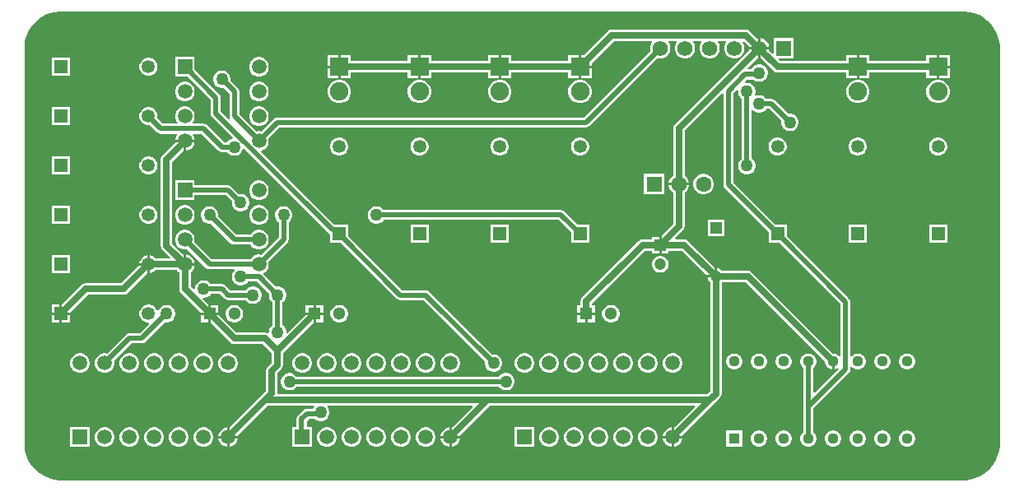
<source format=gbl>
G04*
G04 #@! TF.GenerationSoftware,Altium Limited,Altium Designer,24.2.2 (26)*
G04*
G04 Layer_Physical_Order=2*
G04 Layer_Color=16711680*
%FSLAX44Y44*%
%MOMM*%
G71*
G04*
G04 #@! TF.SameCoordinates,B633CA84-50E2-4AB7-B583-E53219F5B88E*
G04*
G04*
G04 #@! TF.FilePolarity,Positive*
G04*
G01*
G75*
%ADD20R,1.5700X1.5700*%
%ADD21C,1.5700*%
%ADD22R,1.2000X1.2000*%
%ADD23C,1.2000*%
%ADD30R,1.9000X1.9000*%
%ADD31C,1.9000*%
%ADD35C,0.5080*%
%ADD36C,0.6350*%
%ADD37C,1.3500*%
%ADD38R,1.3500X1.3500*%
%ADD39C,1.1300*%
%ADD40R,1.1300X1.1300*%
%ADD41R,1.6000X1.6000*%
%ADD42C,1.6000*%
%ADD43C,1.3000*%
%ADD44R,1.3000X1.3000*%
%ADD45R,1.5000X1.5000*%
%ADD46C,1.5000*%
%ADD47R,1.5000X1.5000*%
%ADD48R,1.3500X1.3500*%
%ADD49C,1.2700*%
G36*
X1366349Y1269348D02*
X1371173Y1268055D01*
X1375787Y1266144D01*
X1380113Y1263647D01*
X1384075Y1260607D01*
X1387607Y1257075D01*
X1390647Y1253113D01*
X1393144Y1248787D01*
X1395055Y1244173D01*
X1396348Y1239349D01*
X1397000Y1234397D01*
Y1231900D01*
Y825500D01*
Y823003D01*
X1396348Y818051D01*
X1395055Y813227D01*
X1393144Y808613D01*
X1390647Y804287D01*
X1387607Y800325D01*
X1384075Y796793D01*
X1380113Y793753D01*
X1375787Y791256D01*
X1371173Y789344D01*
X1366349Y788052D01*
X1361397Y787400D01*
X429303D01*
X424351Y788052D01*
X419527Y789344D01*
X414913Y791256D01*
X410587Y793753D01*
X406625Y796793D01*
X403093Y800325D01*
X400053Y804287D01*
X397556Y808613D01*
X395644Y813227D01*
X394352Y818051D01*
X393700Y823003D01*
Y825500D01*
Y1231900D01*
Y1234397D01*
X394352Y1239349D01*
X395644Y1244173D01*
X397556Y1248787D01*
X400053Y1253113D01*
X403093Y1257075D01*
X406625Y1260607D01*
X410587Y1263647D01*
X414913Y1266144D01*
X419527Y1268055D01*
X424351Y1269348D01*
X429303Y1270000D01*
X1361397D01*
X1366349Y1269348D01*
D02*
G37*
%LPC*%
G36*
X1150718Y1242290D02*
X1150620D01*
Y1233170D01*
X1159740D01*
Y1233268D01*
X1159032Y1235910D01*
X1157664Y1238280D01*
X1155730Y1240214D01*
X1153360Y1241582D01*
X1150718Y1242290D01*
D02*
G37*
G36*
X1135785Y1251292D02*
X997815D01*
X995585Y1250848D01*
X993695Y1249585D01*
X968999Y1224890D01*
X966470D01*
Y1214120D01*
X977240D01*
Y1216649D01*
X1000229Y1239638D01*
X1039135D01*
X1039621Y1238465D01*
X1039436Y1238280D01*
X1038068Y1235910D01*
X1037360Y1233268D01*
Y1230532D01*
X1037719Y1229194D01*
X969405Y1160880D01*
X654050D01*
X652068Y1160485D01*
X650387Y1159362D01*
X637421Y1146396D01*
X636322Y1146690D01*
X633678D01*
X632579Y1146395D01*
X614780Y1164195D01*
Y1187450D01*
X614385Y1189432D01*
X613262Y1191113D01*
X605707Y1198668D01*
X605790Y1198980D01*
Y1201320D01*
X605184Y1203581D01*
X604014Y1205609D01*
X602359Y1207264D01*
X600331Y1208434D01*
X598070Y1209040D01*
X595730D01*
X593469Y1208434D01*
X591441Y1207264D01*
X589786Y1205609D01*
X588616Y1203581D01*
X588010Y1201320D01*
Y1198980D01*
X588616Y1196719D01*
X589786Y1194691D01*
X591441Y1193036D01*
X593469Y1191866D01*
X595730Y1191260D01*
X598070D01*
X598382Y1191343D01*
X604421Y1185305D01*
Y1162050D01*
X604815Y1160068D01*
X605029Y1159747D01*
X604043Y1158938D01*
X595729Y1167251D01*
Y1181100D01*
X595335Y1183082D01*
X594212Y1184762D01*
X568840Y1210135D01*
Y1222890D01*
X548760D01*
Y1202810D01*
X561515D01*
X585370Y1178955D01*
Y1165105D01*
X585765Y1163123D01*
X586888Y1161443D01*
X607953Y1140377D01*
X607574Y1138961D01*
X606169Y1138584D01*
X604141Y1137414D01*
X602486Y1135759D01*
X602325Y1135480D01*
X599045D01*
X581632Y1152893D01*
X579952Y1154015D01*
X577970Y1154409D01*
X567018D01*
X566532Y1155583D01*
X566834Y1155885D01*
X568156Y1158175D01*
X568840Y1160728D01*
Y1163372D01*
X568156Y1165925D01*
X566834Y1168215D01*
X564965Y1170084D01*
X562675Y1171406D01*
X560122Y1172090D01*
X557478D01*
X554925Y1171406D01*
X552635Y1170084D01*
X550766Y1168215D01*
X549444Y1165925D01*
X548760Y1163372D01*
Y1160728D01*
X549444Y1158175D01*
X550766Y1155885D01*
X551068Y1155583D01*
X550582Y1154409D01*
X536215D01*
X530383Y1160242D01*
X530540Y1160827D01*
Y1163273D01*
X529907Y1165636D01*
X528684Y1167754D01*
X526954Y1169484D01*
X524836Y1170707D01*
X522473Y1171340D01*
X520027D01*
X517664Y1170707D01*
X515546Y1169484D01*
X513816Y1167754D01*
X512593Y1165636D01*
X511960Y1163273D01*
Y1160827D01*
X512593Y1158464D01*
X513816Y1156346D01*
X515546Y1154616D01*
X517664Y1153393D01*
X520027Y1152760D01*
X522473D01*
X523058Y1152917D01*
X530407Y1145568D01*
X530407Y1145567D01*
X532088Y1144445D01*
X534070Y1144051D01*
X534070Y1144051D01*
X550342D01*
X550829Y1142877D01*
X550766Y1142815D01*
X549444Y1140525D01*
X548760Y1137972D01*
Y1137920D01*
X568840D01*
Y1137972D01*
X568156Y1140525D01*
X566834Y1142815D01*
X566772Y1142877D01*
X567258Y1144051D01*
X575825D01*
X593237Y1126638D01*
X593237Y1126637D01*
X594918Y1125515D01*
X596900Y1125120D01*
X602325D01*
X602486Y1124841D01*
X604141Y1123186D01*
X606169Y1122016D01*
X608430Y1121410D01*
X610770D01*
X613031Y1122016D01*
X615059Y1123186D01*
X616714Y1124841D01*
X617884Y1126869D01*
X618261Y1128274D01*
X619677Y1128653D01*
X706933Y1041397D01*
X708260Y1040511D01*
Y1031560D01*
X719515D01*
X776837Y974238D01*
X776837Y974238D01*
X778518Y973115D01*
X780500Y972720D01*
X780500Y972720D01*
X804305D01*
X867493Y909532D01*
X867410Y909220D01*
Y906880D01*
X868016Y904619D01*
X869186Y902591D01*
X870841Y900936D01*
X872869Y899766D01*
X875130Y899160D01*
X877470D01*
X879731Y899766D01*
X881759Y900936D01*
X883414Y902591D01*
X884584Y904619D01*
X885190Y906880D01*
Y909220D01*
X884584Y911481D01*
X883414Y913509D01*
X881759Y915164D01*
X879731Y916334D01*
X877470Y916940D01*
X875130D01*
X874818Y916857D01*
X810113Y981562D01*
X808432Y982685D01*
X806450Y983080D01*
X782645D01*
X726840Y1038885D01*
Y1050140D01*
X713840D01*
X713340Y1050239D01*
X712741D01*
X637258Y1125722D01*
X637587Y1126949D01*
X638875Y1127294D01*
X641165Y1128616D01*
X643034Y1130485D01*
X644356Y1132775D01*
X645040Y1135328D01*
Y1137972D01*
X644746Y1139071D01*
X656195Y1150520D01*
X971550D01*
X973532Y1150915D01*
X975212Y1152038D01*
X1045044Y1221869D01*
X1046382Y1221510D01*
X1049118D01*
X1051760Y1222218D01*
X1054130Y1223586D01*
X1056064Y1225520D01*
X1057432Y1227890D01*
X1058140Y1230532D01*
Y1233268D01*
X1057432Y1235910D01*
X1056064Y1238280D01*
X1055879Y1238465D01*
X1056365Y1239638D01*
X1064535D01*
X1065021Y1238465D01*
X1064836Y1238280D01*
X1063468Y1235910D01*
X1062760Y1233268D01*
Y1230532D01*
X1063468Y1227890D01*
X1064836Y1225520D01*
X1066770Y1223586D01*
X1069140Y1222218D01*
X1071782Y1221510D01*
X1074518D01*
X1077160Y1222218D01*
X1079530Y1223586D01*
X1081464Y1225520D01*
X1082832Y1227890D01*
X1083540Y1230532D01*
Y1233268D01*
X1082832Y1235910D01*
X1081464Y1238280D01*
X1081279Y1238465D01*
X1081765Y1239638D01*
X1089935D01*
X1090421Y1238465D01*
X1090236Y1238280D01*
X1088868Y1235910D01*
X1088160Y1233268D01*
Y1230532D01*
X1088868Y1227890D01*
X1090236Y1225520D01*
X1092170Y1223586D01*
X1094540Y1222218D01*
X1097182Y1221510D01*
X1099918D01*
X1102560Y1222218D01*
X1104930Y1223586D01*
X1106864Y1225520D01*
X1108232Y1227890D01*
X1108940Y1230532D01*
Y1233268D01*
X1108232Y1235910D01*
X1106864Y1238280D01*
X1106679Y1238465D01*
X1107165Y1239638D01*
X1115335D01*
X1115821Y1238465D01*
X1115636Y1238280D01*
X1114268Y1235910D01*
X1113560Y1233268D01*
Y1230532D01*
X1114268Y1227890D01*
X1115636Y1225520D01*
X1117570Y1223586D01*
X1119940Y1222218D01*
X1122582Y1221510D01*
X1125318D01*
X1127960Y1222218D01*
X1130330Y1223586D01*
X1132264Y1225520D01*
X1133632Y1227890D01*
X1134340Y1230532D01*
Y1233268D01*
X1133632Y1235910D01*
X1132528Y1237823D01*
X1132961Y1238997D01*
X1133149Y1239190D01*
X1133738Y1239271D01*
X1139125Y1233884D01*
X1138960Y1233268D01*
Y1233170D01*
X1148080D01*
Y1242290D01*
X1147982D01*
X1147366Y1242125D01*
X1139905Y1249585D01*
X1138015Y1250848D01*
X1135785Y1251292D01*
D02*
G37*
G36*
X1185140Y1242290D02*
X1164360D01*
Y1226790D01*
X1163187Y1226304D01*
X1159575Y1229916D01*
X1159740Y1230532D01*
Y1230630D01*
X1150620D01*
Y1221510D01*
X1150718D01*
X1151334Y1221675D01*
X1164280Y1208730D01*
X1166170Y1207467D01*
X1168400Y1207023D01*
X1238910D01*
Y1200810D01*
X1249680D01*
Y1212850D01*
Y1224890D01*
X1238910D01*
Y1218677D01*
X1170814D01*
X1169154Y1220337D01*
X1169640Y1221510D01*
X1185140D01*
Y1242290D01*
D02*
G37*
G36*
X1148080Y1230630D02*
X1138960D01*
Y1230532D01*
X1139125Y1229916D01*
X1062680Y1153470D01*
X1061417Y1151580D01*
X1060973Y1149350D01*
Y1101006D01*
X1060328Y1100634D01*
X1058366Y1098672D01*
X1056978Y1096268D01*
X1056260Y1093588D01*
Y1093470D01*
X1066800D01*
X1077340D01*
Y1093588D01*
X1076622Y1096268D01*
X1075234Y1098672D01*
X1073272Y1100634D01*
X1072627Y1101006D01*
Y1146936D01*
X1111247Y1185557D01*
X1112421Y1185071D01*
Y1091650D01*
X1112815Y1089668D01*
X1113938Y1087988D01*
X1159110Y1042815D01*
Y1031560D01*
X1170365D01*
X1233071Y968855D01*
Y915411D01*
X1231801Y914982D01*
X1230579Y916204D01*
X1228711Y917282D01*
X1226628Y917840D01*
X1225601D01*
X1141970Y1001470D01*
X1140080Y1002733D01*
X1137850Y1003177D01*
X1111150D01*
X1110144Y1004184D01*
X1108196Y1005308D01*
X1106170Y1005851D01*
Y997350D01*
X1104900D01*
Y996080D01*
X1096399D01*
X1096942Y994054D01*
X1098066Y992106D01*
X1099073Y991100D01*
Y878714D01*
X1096136Y875777D01*
X654740D01*
X653957Y876730D01*
Y897729D01*
X658170Y901942D01*
X659433Y903833D01*
X659877Y906062D01*
Y918336D01*
X690880Y949339D01*
Y957580D01*
X682639D01*
X664210Y939151D01*
X662940Y939677D01*
Y940970D01*
X662334Y943231D01*
X661164Y945259D01*
X659509Y946914D01*
X659230Y947075D01*
Y970625D01*
X659509Y970786D01*
X661164Y972441D01*
X662334Y974469D01*
X662940Y976730D01*
Y979070D01*
X662334Y981331D01*
X661164Y983359D01*
X659509Y985014D01*
X657481Y986184D01*
X655220Y986790D01*
X652880D01*
X652568Y986707D01*
X639680Y999595D01*
X639846Y1000854D01*
X641165Y1001616D01*
X643034Y1003485D01*
X644356Y1005775D01*
X645040Y1008328D01*
Y1010972D01*
X644746Y1012071D01*
X664062Y1031387D01*
X664062Y1031387D01*
X665185Y1033068D01*
X665580Y1035050D01*
X665580Y1035050D01*
Y1053175D01*
X665859Y1053336D01*
X667514Y1054991D01*
X668684Y1057019D01*
X669290Y1059280D01*
Y1061620D01*
X668684Y1063881D01*
X667514Y1065909D01*
X665859Y1067564D01*
X663831Y1068734D01*
X661570Y1069340D01*
X659230D01*
X656969Y1068734D01*
X654941Y1067564D01*
X653286Y1065909D01*
X652116Y1063881D01*
X651510Y1061620D01*
Y1059280D01*
X652116Y1057019D01*
X653286Y1054991D01*
X654941Y1053336D01*
X655220Y1053175D01*
Y1037195D01*
X637421Y1019396D01*
X636322Y1019690D01*
X633678D01*
X631125Y1019006D01*
X628835Y1017684D01*
X626966Y1015815D01*
X626397Y1014829D01*
X586345D01*
X568546Y1032629D01*
X568840Y1033728D01*
Y1036372D01*
X568156Y1038925D01*
X566834Y1041215D01*
X564965Y1043084D01*
X562675Y1044406D01*
X560122Y1045090D01*
X557478D01*
X554925Y1044406D01*
X552635Y1043084D01*
X550766Y1041215D01*
X549444Y1038925D01*
X548760Y1036372D01*
Y1033728D01*
X549444Y1031175D01*
X550766Y1028885D01*
X552635Y1027016D01*
X554925Y1025694D01*
X557478Y1025010D01*
X560122D01*
X561221Y1025304D01*
X580537Y1005988D01*
X580537Y1005987D01*
X582218Y1004865D01*
X584200Y1004471D01*
X584200Y1004471D01*
X609102D01*
X609628Y1003201D01*
X608836Y1002409D01*
X607666Y1000381D01*
X607060Y998120D01*
Y995780D01*
X607666Y993519D01*
X608836Y991491D01*
X610491Y989836D01*
X612519Y988666D01*
X614780Y988060D01*
X617120D01*
X619381Y988666D01*
X621409Y989836D01*
X623064Y991491D01*
X623225Y991770D01*
X632855D01*
X645243Y979382D01*
X645160Y979070D01*
Y976730D01*
X645766Y974469D01*
X646936Y972441D01*
X648591Y970786D01*
X648870Y970625D01*
Y947075D01*
X648591Y946914D01*
X646936Y945259D01*
X645766Y943231D01*
X645160Y940970D01*
Y939305D01*
X643892Y938625D01*
X643580Y938833D01*
X641350Y939277D01*
X612014D01*
X593711Y957580D01*
X585470D01*
Y949339D01*
X605480Y929330D01*
X607370Y928067D01*
X609600Y927623D01*
X638936D01*
X648223Y918336D01*
Y908476D01*
X644010Y904263D01*
X642747Y902373D01*
X642303Y900143D01*
Y879144D01*
X637230Y874070D01*
X604949Y841789D01*
X604572Y841890D01*
X604520D01*
Y833120D01*
X613290D01*
Y833172D01*
X613189Y833549D01*
X643764Y864123D01*
X691141D01*
X691627Y862950D01*
X691386Y862709D01*
X690492Y861160D01*
X684530D01*
X684530Y861160D01*
X682548Y860765D01*
X680867Y859642D01*
X680867Y859642D01*
X675232Y854007D01*
X674109Y852326D01*
X673715Y850344D01*
Y841890D01*
X669410D01*
Y821810D01*
X689490D01*
Y841890D01*
X684074D01*
Y848199D01*
X686675Y850800D01*
X692377D01*
X693041Y850136D01*
X695069Y848966D01*
X697330Y848360D01*
X699670D01*
X701931Y848966D01*
X703959Y850136D01*
X705614Y851791D01*
X706784Y853819D01*
X707390Y856080D01*
Y858420D01*
X706784Y860681D01*
X705614Y862709D01*
X705373Y862950D01*
X705859Y864123D01*
X854223D01*
X854709Y862950D01*
X833549Y841789D01*
X833172Y841890D01*
X833120D01*
Y833120D01*
X841890D01*
Y833172D01*
X841789Y833549D01*
X872364Y864123D01*
X1082823D01*
X1083309Y862950D01*
X1062149Y841789D01*
X1061772Y841890D01*
X1061720D01*
Y833120D01*
X1070490D01*
Y833172D01*
X1070389Y833549D01*
X1102670Y865830D01*
X1109020Y872180D01*
X1110283Y874070D01*
X1110727Y876300D01*
Y991100D01*
X1111150Y991523D01*
X1135436D01*
X1217360Y909599D01*
Y908572D01*
X1217918Y906489D01*
X1218996Y904621D01*
X1220521Y903096D01*
X1222389Y902018D01*
X1224280Y901511D01*
Y909650D01*
X1226820D01*
Y901511D01*
X1228711Y902018D01*
X1230579Y903096D01*
X1231386Y902161D01*
X1206503Y877278D01*
X1205330Y877764D01*
Y903247D01*
X1206704Y904621D01*
X1207782Y906489D01*
X1208340Y908572D01*
Y910728D01*
X1207782Y912811D01*
X1206704Y914679D01*
X1205179Y916204D01*
X1203311Y917282D01*
X1201228Y917840D01*
X1199072D01*
X1196989Y917282D01*
X1195121Y916204D01*
X1193596Y914679D01*
X1192518Y912811D01*
X1191960Y910728D01*
Y908572D01*
X1192518Y906489D01*
X1193596Y904621D01*
X1194970Y903247D01*
Y863600D01*
Y836653D01*
X1193596Y835279D01*
X1192518Y833411D01*
X1191960Y831328D01*
Y829172D01*
X1192518Y827089D01*
X1193596Y825221D01*
X1195121Y823696D01*
X1196989Y822618D01*
X1199072Y822060D01*
X1201228D01*
X1203311Y822618D01*
X1205179Y823696D01*
X1206704Y825221D01*
X1207782Y827089D01*
X1208340Y829172D01*
Y831328D01*
X1207782Y833411D01*
X1206704Y835279D01*
X1205330Y836653D01*
Y861455D01*
X1241913Y898037D01*
X1243035Y899718D01*
X1243429Y901700D01*
Y903889D01*
X1244699Y904318D01*
X1245921Y903096D01*
X1247789Y902018D01*
X1249872Y901460D01*
X1252028D01*
X1254111Y902018D01*
X1255979Y903096D01*
X1257504Y904621D01*
X1258582Y906489D01*
X1259140Y908572D01*
Y910728D01*
X1258582Y912811D01*
X1257504Y914679D01*
X1255979Y916204D01*
X1254111Y917282D01*
X1252028Y917840D01*
X1249872D01*
X1247789Y917282D01*
X1245921Y916204D01*
X1244699Y914982D01*
X1243429Y915411D01*
Y971000D01*
X1243035Y972982D01*
X1241913Y974662D01*
X1177690Y1038885D01*
Y1050140D01*
X1166435D01*
X1122779Y1093795D01*
Y1185305D01*
X1126573Y1189098D01*
X1127439Y1188749D01*
X1127760Y1188489D01*
Y1186280D01*
X1128366Y1184019D01*
X1129536Y1181991D01*
X1131191Y1180336D01*
X1131470Y1180175D01*
Y1118525D01*
X1131191Y1118364D01*
X1129536Y1116709D01*
X1128366Y1114681D01*
X1127760Y1112420D01*
Y1110080D01*
X1128366Y1107819D01*
X1129536Y1105791D01*
X1131191Y1104136D01*
X1133219Y1102966D01*
X1135480Y1102360D01*
X1137820D01*
X1140081Y1102966D01*
X1142109Y1104136D01*
X1143764Y1105791D01*
X1144934Y1107819D01*
X1145540Y1110080D01*
Y1112420D01*
X1144934Y1114681D01*
X1143764Y1116709D01*
X1142109Y1118364D01*
X1141830Y1118525D01*
Y1167902D01*
X1143100Y1168428D01*
X1143891Y1167636D01*
X1145919Y1166466D01*
X1148180Y1165860D01*
X1150520D01*
X1152781Y1166466D01*
X1154809Y1167636D01*
X1156464Y1169291D01*
X1156625Y1169570D01*
X1159905D01*
X1172293Y1157182D01*
X1172210Y1156870D01*
Y1154530D01*
X1172816Y1152269D01*
X1173986Y1150241D01*
X1175641Y1148586D01*
X1177669Y1147416D01*
X1179930Y1146810D01*
X1182270D01*
X1184531Y1147416D01*
X1186559Y1148586D01*
X1188214Y1150241D01*
X1189384Y1152269D01*
X1189990Y1154530D01*
Y1156870D01*
X1189384Y1159131D01*
X1188214Y1161159D01*
X1186559Y1162814D01*
X1184531Y1163984D01*
X1182270Y1164590D01*
X1179930D01*
X1179618Y1164507D01*
X1165713Y1178412D01*
X1164032Y1179535D01*
X1162050Y1179930D01*
X1156625D01*
X1156464Y1180209D01*
X1154809Y1181864D01*
X1152781Y1183034D01*
X1150520Y1183640D01*
X1148180D01*
X1145919Y1183034D01*
X1145789Y1182959D01*
X1144859Y1183889D01*
X1144934Y1184019D01*
X1145540Y1186280D01*
Y1188620D01*
X1144934Y1190881D01*
X1143764Y1192909D01*
X1142109Y1194564D01*
X1140081Y1195734D01*
X1137820Y1196340D01*
X1135611D01*
X1135350Y1196661D01*
X1135002Y1197527D01*
X1137337Y1199863D01*
X1143415D01*
X1143891Y1199386D01*
X1145919Y1198216D01*
X1148180Y1197610D01*
X1150520D01*
X1152781Y1198216D01*
X1154809Y1199386D01*
X1156464Y1201041D01*
X1157634Y1203069D01*
X1158240Y1205330D01*
Y1207670D01*
X1157634Y1209931D01*
X1156464Y1211959D01*
X1154809Y1213614D01*
X1152781Y1214784D01*
X1150520Y1215390D01*
X1148180D01*
X1145919Y1214784D01*
X1143891Y1213614D01*
X1142236Y1211959D01*
X1141233Y1210221D01*
X1137571D01*
X1137085Y1211395D01*
X1147366Y1221675D01*
X1147982Y1221510D01*
X1148080D01*
Y1230630D01*
D02*
G37*
G36*
X1332230Y1224890D02*
X1321460D01*
Y1218677D01*
X1262990D01*
Y1224890D01*
X1252220D01*
Y1212850D01*
Y1200810D01*
X1262990D01*
Y1207023D01*
X1321460D01*
Y1200810D01*
X1332230D01*
Y1212850D01*
Y1224890D01*
D02*
G37*
G36*
X963930D02*
X953160D01*
Y1218677D01*
X894690D01*
Y1224890D01*
X883920D01*
Y1212850D01*
Y1200810D01*
X894690D01*
Y1207023D01*
X953160D01*
Y1200810D01*
X963930D01*
Y1212850D01*
Y1224890D01*
D02*
G37*
G36*
X881380D02*
X870610D01*
Y1218677D01*
X812140D01*
Y1224890D01*
X801370D01*
Y1212850D01*
Y1200810D01*
X812140D01*
Y1207023D01*
X870610D01*
Y1200810D01*
X881380D01*
Y1212850D01*
Y1224890D01*
D02*
G37*
G36*
X798830D02*
X788060D01*
Y1218677D01*
X729590D01*
Y1224890D01*
X718820D01*
Y1212850D01*
Y1200810D01*
X729590D01*
Y1207023D01*
X788060D01*
Y1200810D01*
X798830D01*
Y1212850D01*
Y1224890D01*
D02*
G37*
G36*
X1345540D02*
X1334770D01*
Y1214120D01*
X1345540D01*
Y1224890D01*
D02*
G37*
G36*
X716280D02*
X705510D01*
Y1214120D01*
X716280D01*
Y1224890D01*
D02*
G37*
G36*
X522473Y1222140D02*
X520027D01*
X517664Y1221507D01*
X515546Y1220284D01*
X513816Y1218554D01*
X512593Y1216436D01*
X511960Y1214073D01*
Y1211627D01*
X512593Y1209264D01*
X513816Y1207146D01*
X515546Y1205416D01*
X517664Y1204193D01*
X520027Y1203560D01*
X522473D01*
X524836Y1204193D01*
X526954Y1205416D01*
X528684Y1207146D01*
X529907Y1209264D01*
X530540Y1211627D01*
Y1214073D01*
X529907Y1216436D01*
X528684Y1218554D01*
X526954Y1220284D01*
X524836Y1221507D01*
X522473Y1222140D01*
D02*
G37*
G36*
X440540D02*
X421960D01*
Y1203560D01*
X440540D01*
Y1222140D01*
D02*
G37*
G36*
X636322Y1222890D02*
X633678D01*
X631125Y1222206D01*
X628835Y1220884D01*
X626966Y1219015D01*
X625644Y1216725D01*
X624960Y1214172D01*
Y1211528D01*
X625644Y1208975D01*
X626966Y1206685D01*
X628835Y1204816D01*
X631125Y1203494D01*
X633678Y1202810D01*
X636322D01*
X638875Y1203494D01*
X641165Y1204816D01*
X643034Y1206685D01*
X644356Y1208975D01*
X645040Y1211528D01*
Y1214172D01*
X644356Y1216725D01*
X643034Y1219015D01*
X641165Y1220884D01*
X638875Y1222206D01*
X636322Y1222890D01*
D02*
G37*
G36*
X1345540Y1211580D02*
X1334770D01*
Y1200810D01*
X1345540D01*
Y1211580D01*
D02*
G37*
G36*
X977240D02*
X966470D01*
Y1200810D01*
X977240D01*
Y1211580D01*
D02*
G37*
G36*
X716280D02*
X705510D01*
Y1200810D01*
X716280D01*
Y1211580D01*
D02*
G37*
G36*
X636322Y1197490D02*
X633678D01*
X631125Y1196806D01*
X628835Y1195484D01*
X626966Y1193615D01*
X625644Y1191325D01*
X624960Y1188772D01*
Y1186128D01*
X625644Y1183575D01*
X626966Y1181285D01*
X628835Y1179416D01*
X631125Y1178094D01*
X633678Y1177410D01*
X636322D01*
X638875Y1178094D01*
X641165Y1179416D01*
X643034Y1181285D01*
X644356Y1183575D01*
X645040Y1186128D01*
Y1188772D01*
X644356Y1191325D01*
X643034Y1193615D01*
X641165Y1195484D01*
X638875Y1196806D01*
X636322Y1197490D01*
D02*
G37*
G36*
X560122D02*
X557478D01*
X554925Y1196806D01*
X552635Y1195484D01*
X550766Y1193615D01*
X549444Y1191325D01*
X548760Y1188772D01*
Y1186128D01*
X549444Y1183575D01*
X550766Y1181285D01*
X552635Y1179416D01*
X554925Y1178094D01*
X557478Y1177410D01*
X560122D01*
X562675Y1178094D01*
X564965Y1179416D01*
X566834Y1181285D01*
X568156Y1183575D01*
X568840Y1186128D01*
Y1188772D01*
X568156Y1191325D01*
X566834Y1193615D01*
X564965Y1195484D01*
X562675Y1196806D01*
X560122Y1197490D01*
D02*
G37*
G36*
X1335085Y1199490D02*
X1331915D01*
X1328853Y1198670D01*
X1326107Y1197084D01*
X1323866Y1194843D01*
X1322280Y1192097D01*
X1321460Y1189035D01*
Y1185865D01*
X1322280Y1182803D01*
X1323866Y1180057D01*
X1326107Y1177816D01*
X1328853Y1176230D01*
X1331915Y1175410D01*
X1335085D01*
X1338147Y1176230D01*
X1340893Y1177816D01*
X1343134Y1180057D01*
X1344720Y1182803D01*
X1345540Y1185865D01*
Y1189035D01*
X1344720Y1192097D01*
X1343134Y1194843D01*
X1340893Y1197084D01*
X1338147Y1198670D01*
X1335085Y1199490D01*
D02*
G37*
G36*
X1252535D02*
X1249365D01*
X1246303Y1198670D01*
X1243557Y1197084D01*
X1241316Y1194843D01*
X1239731Y1192097D01*
X1238910Y1189035D01*
Y1185865D01*
X1239731Y1182803D01*
X1241316Y1180057D01*
X1243557Y1177816D01*
X1246303Y1176230D01*
X1249365Y1175410D01*
X1252535D01*
X1255597Y1176230D01*
X1258343Y1177816D01*
X1260584Y1180057D01*
X1262169Y1182803D01*
X1262990Y1185865D01*
Y1189035D01*
X1262169Y1192097D01*
X1260584Y1194843D01*
X1258343Y1197084D01*
X1255597Y1198670D01*
X1252535Y1199490D01*
D02*
G37*
G36*
X966785D02*
X963615D01*
X960553Y1198670D01*
X957807Y1197084D01*
X955566Y1194843D01*
X953980Y1192097D01*
X953160Y1189035D01*
Y1185865D01*
X953980Y1182803D01*
X955566Y1180057D01*
X957807Y1177816D01*
X960553Y1176230D01*
X963615Y1175410D01*
X966785D01*
X969847Y1176230D01*
X972593Y1177816D01*
X974834Y1180057D01*
X976420Y1182803D01*
X977240Y1185865D01*
Y1189035D01*
X976420Y1192097D01*
X974834Y1194843D01*
X972593Y1197084D01*
X969847Y1198670D01*
X966785Y1199490D01*
D02*
G37*
G36*
X884235D02*
X881065D01*
X878003Y1198670D01*
X875257Y1197084D01*
X873016Y1194843D01*
X871431Y1192097D01*
X870610Y1189035D01*
Y1185865D01*
X871431Y1182803D01*
X873016Y1180057D01*
X875257Y1177816D01*
X878003Y1176230D01*
X881065Y1175410D01*
X884235D01*
X887297Y1176230D01*
X890043Y1177816D01*
X892284Y1180057D01*
X893869Y1182803D01*
X894690Y1185865D01*
Y1189035D01*
X893869Y1192097D01*
X892284Y1194843D01*
X890043Y1197084D01*
X887297Y1198670D01*
X884235Y1199490D01*
D02*
G37*
G36*
X801685D02*
X798515D01*
X795453Y1198670D01*
X792707Y1197084D01*
X790466Y1194843D01*
X788880Y1192097D01*
X788060Y1189035D01*
Y1185865D01*
X788880Y1182803D01*
X790466Y1180057D01*
X792707Y1177816D01*
X795453Y1176230D01*
X798515Y1175410D01*
X801685D01*
X804747Y1176230D01*
X807493Y1177816D01*
X809734Y1180057D01*
X811320Y1182803D01*
X812140Y1185865D01*
Y1189035D01*
X811320Y1192097D01*
X809734Y1194843D01*
X807493Y1197084D01*
X804747Y1198670D01*
X801685Y1199490D01*
D02*
G37*
G36*
X719135D02*
X715965D01*
X712903Y1198670D01*
X710157Y1197084D01*
X707916Y1194843D01*
X706330Y1192097D01*
X705510Y1189035D01*
Y1185865D01*
X706330Y1182803D01*
X707916Y1180057D01*
X710157Y1177816D01*
X712903Y1176230D01*
X715965Y1175410D01*
X719135D01*
X722197Y1176230D01*
X724943Y1177816D01*
X727184Y1180057D01*
X728770Y1182803D01*
X729590Y1185865D01*
Y1189035D01*
X728770Y1192097D01*
X727184Y1194843D01*
X724943Y1197084D01*
X722197Y1198670D01*
X719135Y1199490D01*
D02*
G37*
G36*
X440540Y1171340D02*
X421960D01*
Y1152760D01*
X440540D01*
Y1171340D01*
D02*
G37*
G36*
X636322Y1172090D02*
X633678D01*
X631125Y1171406D01*
X628835Y1170084D01*
X626966Y1168215D01*
X625644Y1165925D01*
X624960Y1163372D01*
Y1160728D01*
X625644Y1158175D01*
X626966Y1155885D01*
X628835Y1154016D01*
X631125Y1152694D01*
X633678Y1152010D01*
X636322D01*
X638875Y1152694D01*
X641165Y1154016D01*
X643034Y1155885D01*
X644356Y1158175D01*
X645040Y1160728D01*
Y1163372D01*
X644356Y1165925D01*
X643034Y1168215D01*
X641165Y1170084D01*
X638875Y1171406D01*
X636322Y1172090D01*
D02*
G37*
G36*
X568840Y1135380D02*
X560070D01*
Y1126610D01*
X560122D01*
X562675Y1127294D01*
X564965Y1128616D01*
X566834Y1130485D01*
X568156Y1132775D01*
X568840Y1135328D01*
Y1135380D01*
D02*
G37*
G36*
X557530D02*
X548760D01*
Y1135328D01*
X548861Y1134951D01*
X535630Y1121720D01*
X534367Y1119830D01*
X533923Y1117600D01*
Y1028700D01*
X534367Y1026470D01*
X535630Y1024580D01*
X543559Y1016650D01*
X543073Y1015477D01*
X528561D01*
X526954Y1017084D01*
X524836Y1018307D01*
X522520Y1018927D01*
Y1009650D01*
Y1000373D01*
X524836Y1000993D01*
X526954Y1002216D01*
X528561Y1003823D01*
X550571D01*
X550766Y1003485D01*
X552635Y1001616D01*
X552973Y1001421D01*
Y984250D01*
X553417Y982020D01*
X554680Y980130D01*
X574689Y960120D01*
X582930D01*
Y968361D01*
X577201Y974090D01*
X577727Y975360D01*
X579020D01*
X581281Y975966D01*
X583309Y977136D01*
X584964Y978791D01*
X585125Y979071D01*
X594755D01*
X599588Y974238D01*
X601268Y973115D01*
X603250Y972720D01*
X621375D01*
X621536Y972441D01*
X623191Y970786D01*
X625219Y969616D01*
X627480Y969010D01*
X629820D01*
X632081Y969616D01*
X634109Y970786D01*
X635764Y972441D01*
X636934Y974469D01*
X637540Y976730D01*
Y979070D01*
X636934Y981331D01*
X635764Y983359D01*
X634109Y985014D01*
X632081Y986184D01*
X629820Y986790D01*
X627480D01*
X625219Y986184D01*
X623191Y985014D01*
X621536Y983359D01*
X621375Y983080D01*
X605396D01*
X600563Y987913D01*
X598882Y989035D01*
X596900Y989429D01*
X585125D01*
X584964Y989709D01*
X583309Y991364D01*
X581281Y992534D01*
X579020Y993140D01*
X576680D01*
X574419Y992534D01*
X572391Y991364D01*
X570736Y989709D01*
X569566Y987681D01*
X568960Y985420D01*
Y984127D01*
X567690Y983601D01*
X564627Y986664D01*
Y1001421D01*
X564965Y1001616D01*
X566834Y1003485D01*
X568156Y1005775D01*
X568840Y1008328D01*
Y1008380D01*
X558800D01*
Y1009650D01*
X557530D01*
Y1019690D01*
X557478D01*
X557102Y1019589D01*
X545577Y1031114D01*
Y1115186D01*
X557102Y1126711D01*
X557478Y1126610D01*
X557530D01*
Y1135380D01*
D02*
G37*
G36*
X1334723Y1140140D02*
X1332277D01*
X1329914Y1139507D01*
X1327796Y1138284D01*
X1326066Y1136554D01*
X1324843Y1134436D01*
X1324210Y1132073D01*
Y1129627D01*
X1324843Y1127264D01*
X1326066Y1125146D01*
X1327796Y1123416D01*
X1329914Y1122193D01*
X1332277Y1121560D01*
X1334723D01*
X1337086Y1122193D01*
X1339204Y1123416D01*
X1340934Y1125146D01*
X1342157Y1127264D01*
X1342790Y1129627D01*
Y1132073D01*
X1342157Y1134436D01*
X1340934Y1136554D01*
X1339204Y1138284D01*
X1337086Y1139507D01*
X1334723Y1140140D01*
D02*
G37*
G36*
X1252173D02*
X1249727D01*
X1247364Y1139507D01*
X1245246Y1138284D01*
X1243516Y1136554D01*
X1242293Y1134436D01*
X1241660Y1132073D01*
Y1129627D01*
X1242293Y1127264D01*
X1243516Y1125146D01*
X1245246Y1123416D01*
X1247364Y1122193D01*
X1249727Y1121560D01*
X1252173D01*
X1254536Y1122193D01*
X1256654Y1123416D01*
X1258384Y1125146D01*
X1259607Y1127264D01*
X1260240Y1129627D01*
Y1132073D01*
X1259607Y1134436D01*
X1258384Y1136554D01*
X1256654Y1138284D01*
X1254536Y1139507D01*
X1252173Y1140140D01*
D02*
G37*
G36*
X1169623D02*
X1167177D01*
X1164814Y1139507D01*
X1162696Y1138284D01*
X1160966Y1136554D01*
X1159743Y1134436D01*
X1159110Y1132073D01*
Y1129627D01*
X1159743Y1127264D01*
X1160966Y1125146D01*
X1162696Y1123416D01*
X1164814Y1122193D01*
X1167177Y1121560D01*
X1169623D01*
X1171986Y1122193D01*
X1174104Y1123416D01*
X1175834Y1125146D01*
X1177057Y1127264D01*
X1177690Y1129627D01*
Y1132073D01*
X1177057Y1134436D01*
X1175834Y1136554D01*
X1174104Y1138284D01*
X1171986Y1139507D01*
X1169623Y1140140D01*
D02*
G37*
G36*
X966423D02*
X963977D01*
X961614Y1139507D01*
X959496Y1138284D01*
X957766Y1136554D01*
X956543Y1134436D01*
X955910Y1132073D01*
Y1129627D01*
X956543Y1127264D01*
X957766Y1125146D01*
X959496Y1123416D01*
X961614Y1122193D01*
X963977Y1121560D01*
X966423D01*
X968786Y1122193D01*
X970904Y1123416D01*
X972634Y1125146D01*
X973857Y1127264D01*
X974490Y1129627D01*
Y1132073D01*
X973857Y1134436D01*
X972634Y1136554D01*
X970904Y1138284D01*
X968786Y1139507D01*
X966423Y1140140D01*
D02*
G37*
G36*
X883873D02*
X881427D01*
X879064Y1139507D01*
X876946Y1138284D01*
X875216Y1136554D01*
X873993Y1134436D01*
X873360Y1132073D01*
Y1129627D01*
X873993Y1127264D01*
X875216Y1125146D01*
X876946Y1123416D01*
X879064Y1122193D01*
X881427Y1121560D01*
X883873D01*
X886236Y1122193D01*
X888354Y1123416D01*
X890084Y1125146D01*
X891307Y1127264D01*
X891940Y1129627D01*
Y1132073D01*
X891307Y1134436D01*
X890084Y1136554D01*
X888354Y1138284D01*
X886236Y1139507D01*
X883873Y1140140D01*
D02*
G37*
G36*
X801323D02*
X798877D01*
X796514Y1139507D01*
X794396Y1138284D01*
X792666Y1136554D01*
X791443Y1134436D01*
X790810Y1132073D01*
Y1129627D01*
X791443Y1127264D01*
X792666Y1125146D01*
X794396Y1123416D01*
X796514Y1122193D01*
X798877Y1121560D01*
X801323D01*
X803686Y1122193D01*
X805804Y1123416D01*
X807534Y1125146D01*
X808757Y1127264D01*
X809390Y1129627D01*
Y1132073D01*
X808757Y1134436D01*
X807534Y1136554D01*
X805804Y1138284D01*
X803686Y1139507D01*
X801323Y1140140D01*
D02*
G37*
G36*
X718773D02*
X716327D01*
X713964Y1139507D01*
X711846Y1138284D01*
X710116Y1136554D01*
X708893Y1134436D01*
X708260Y1132073D01*
Y1129627D01*
X708893Y1127264D01*
X710116Y1125146D01*
X711846Y1123416D01*
X713964Y1122193D01*
X716327Y1121560D01*
X718773D01*
X721136Y1122193D01*
X723254Y1123416D01*
X724984Y1125146D01*
X726207Y1127264D01*
X726840Y1129627D01*
Y1132073D01*
X726207Y1134436D01*
X724984Y1136554D01*
X723254Y1138284D01*
X721136Y1139507D01*
X718773Y1140140D01*
D02*
G37*
G36*
X522473Y1120540D02*
X520027D01*
X517664Y1119907D01*
X515546Y1118684D01*
X513816Y1116954D01*
X512593Y1114836D01*
X511960Y1112473D01*
Y1110027D01*
X512593Y1107664D01*
X513816Y1105546D01*
X515546Y1103816D01*
X517664Y1102593D01*
X520027Y1101960D01*
X522473D01*
X524836Y1102593D01*
X526954Y1103816D01*
X528684Y1105546D01*
X529907Y1107664D01*
X530540Y1110027D01*
Y1112473D01*
X529907Y1114836D01*
X528684Y1116954D01*
X526954Y1118684D01*
X524836Y1119907D01*
X522473Y1120540D01*
D02*
G37*
G36*
X440540D02*
X421960D01*
Y1101960D01*
X440540D01*
Y1120540D01*
D02*
G37*
G36*
X1093588Y1102740D02*
X1090812D01*
X1088132Y1102022D01*
X1085728Y1100634D01*
X1083766Y1098672D01*
X1082378Y1096268D01*
X1081660Y1093588D01*
Y1090812D01*
X1082378Y1088132D01*
X1083766Y1085728D01*
X1085728Y1083766D01*
X1088132Y1082378D01*
X1090812Y1081660D01*
X1093588D01*
X1096268Y1082378D01*
X1098672Y1083766D01*
X1100634Y1085728D01*
X1102022Y1088132D01*
X1102740Y1090812D01*
Y1093588D01*
X1102022Y1096268D01*
X1100634Y1098672D01*
X1098672Y1100634D01*
X1096268Y1102022D01*
X1093588Y1102740D01*
D02*
G37*
G36*
X1051940D02*
X1030860D01*
Y1081660D01*
X1051940D01*
Y1102740D01*
D02*
G37*
G36*
X636322Y1095890D02*
X633678D01*
X631125Y1095206D01*
X628835Y1093884D01*
X626966Y1092015D01*
X625644Y1089725D01*
X624960Y1087172D01*
Y1084528D01*
X625644Y1081975D01*
X626966Y1079685D01*
X628835Y1077816D01*
X631125Y1076494D01*
X633678Y1075810D01*
X636322D01*
X638875Y1076494D01*
X641165Y1077816D01*
X643034Y1079685D01*
X644356Y1081975D01*
X645040Y1084528D01*
Y1087172D01*
X644356Y1089725D01*
X643034Y1092015D01*
X641165Y1093884D01*
X638875Y1095206D01*
X636322Y1095890D01*
D02*
G37*
G36*
X568840D02*
X548760D01*
Y1075810D01*
X568840D01*
Y1080670D01*
X601105D01*
X607143Y1074632D01*
X607060Y1074320D01*
Y1071980D01*
X607666Y1069719D01*
X608836Y1067691D01*
X610491Y1066036D01*
X612519Y1064866D01*
X614780Y1064260D01*
X617120D01*
X619381Y1064866D01*
X621409Y1066036D01*
X623064Y1067691D01*
X624234Y1069719D01*
X624840Y1071980D01*
Y1074320D01*
X624234Y1076581D01*
X623064Y1078609D01*
X621409Y1080264D01*
X619381Y1081434D01*
X617120Y1082040D01*
X614780D01*
X614468Y1081957D01*
X606912Y1089512D01*
X605232Y1090635D01*
X603250Y1091030D01*
X568840D01*
Y1095890D01*
D02*
G37*
G36*
X522473Y1069740D02*
X520027D01*
X517664Y1069107D01*
X515546Y1067884D01*
X513816Y1066154D01*
X512593Y1064036D01*
X511960Y1061673D01*
Y1059227D01*
X512593Y1056864D01*
X513816Y1054746D01*
X515546Y1053016D01*
X517664Y1051793D01*
X520027Y1051160D01*
X522473D01*
X524836Y1051793D01*
X526954Y1053016D01*
X528684Y1054746D01*
X529907Y1056864D01*
X530540Y1059227D01*
Y1061673D01*
X529907Y1064036D01*
X528684Y1066154D01*
X526954Y1067884D01*
X524836Y1069107D01*
X522473Y1069740D01*
D02*
G37*
G36*
X440540D02*
X421960D01*
Y1051160D01*
X440540D01*
Y1069740D01*
D02*
G37*
G36*
X636322Y1070490D02*
X633678D01*
X631125Y1069806D01*
X628835Y1068484D01*
X626966Y1066615D01*
X625644Y1064325D01*
X624960Y1061772D01*
Y1059128D01*
X625644Y1056575D01*
X626966Y1054285D01*
X628835Y1052416D01*
X631125Y1051094D01*
X633678Y1050410D01*
X636322D01*
X638875Y1051094D01*
X641165Y1052416D01*
X643034Y1054285D01*
X644356Y1056575D01*
X645040Y1059128D01*
Y1061772D01*
X644356Y1064325D01*
X643034Y1066615D01*
X641165Y1068484D01*
X638875Y1069806D01*
X636322Y1070490D01*
D02*
G37*
G36*
X560122D02*
X557478D01*
X554925Y1069806D01*
X552635Y1068484D01*
X550766Y1066615D01*
X549444Y1064325D01*
X548760Y1061772D01*
Y1059128D01*
X549444Y1056575D01*
X550766Y1054285D01*
X552635Y1052416D01*
X554925Y1051094D01*
X557478Y1050410D01*
X560122D01*
X562675Y1051094D01*
X564965Y1052416D01*
X566834Y1054285D01*
X568156Y1056575D01*
X568840Y1059128D01*
Y1061772D01*
X568156Y1064325D01*
X566834Y1066615D01*
X564965Y1068484D01*
X562675Y1069806D01*
X560122Y1070490D01*
D02*
G37*
G36*
X1113440Y1055890D02*
X1096360D01*
Y1038810D01*
X1113440D01*
Y1055890D01*
D02*
G37*
G36*
X1342790Y1050140D02*
X1324210D01*
Y1031560D01*
X1342790D01*
Y1050140D01*
D02*
G37*
G36*
X1260240D02*
X1241660D01*
Y1031560D01*
X1260240D01*
Y1050140D01*
D02*
G37*
G36*
X756820Y1069340D02*
X754480D01*
X752219Y1068734D01*
X750191Y1067564D01*
X748536Y1065909D01*
X747366Y1063881D01*
X746760Y1061620D01*
Y1059280D01*
X747366Y1057019D01*
X748536Y1054991D01*
X750191Y1053336D01*
X752219Y1052166D01*
X754480Y1051560D01*
X756820D01*
X759081Y1052166D01*
X761109Y1053336D01*
X762764Y1054991D01*
X762925Y1055270D01*
X943455D01*
X955910Y1042815D01*
Y1031560D01*
X974490D01*
Y1050140D01*
X963235D01*
X949262Y1064112D01*
X947582Y1065235D01*
X945600Y1065630D01*
X762925D01*
X762764Y1065909D01*
X761109Y1067564D01*
X759081Y1068734D01*
X756820Y1069340D01*
D02*
G37*
G36*
X891940Y1050140D02*
X873360D01*
Y1031560D01*
X891940D01*
Y1050140D01*
D02*
G37*
G36*
X809390D02*
X790810D01*
Y1031560D01*
X809390D01*
Y1050140D01*
D02*
G37*
G36*
X585370Y1069340D02*
X583030D01*
X580769Y1068734D01*
X578741Y1067564D01*
X577086Y1065909D01*
X575916Y1063881D01*
X575310Y1061620D01*
Y1059280D01*
X575916Y1057019D01*
X577086Y1054991D01*
X578741Y1053336D01*
X580769Y1052166D01*
X583030Y1051560D01*
X585370D01*
X585682Y1051643D01*
X605938Y1031388D01*
X605938Y1031387D01*
X607618Y1030265D01*
X609600Y1029871D01*
X609600Y1029871D01*
X626397D01*
X626966Y1028885D01*
X628835Y1027016D01*
X631125Y1025694D01*
X633678Y1025010D01*
X636322D01*
X638875Y1025694D01*
X641165Y1027016D01*
X643034Y1028885D01*
X644356Y1031175D01*
X645040Y1033728D01*
Y1036372D01*
X644356Y1038925D01*
X643034Y1041215D01*
X641165Y1043084D01*
X638875Y1044406D01*
X636322Y1045090D01*
X633678D01*
X631125Y1044406D01*
X628835Y1043084D01*
X626966Y1041215D01*
X626397Y1040229D01*
X611745D01*
X593007Y1058968D01*
X593090Y1059280D01*
Y1061620D01*
X592484Y1063881D01*
X591314Y1065909D01*
X589659Y1067564D01*
X587631Y1068734D01*
X585370Y1069340D01*
D02*
G37*
G36*
X1046480Y1038190D02*
X1039210D01*
Y1035477D01*
X1029650D01*
X1027420Y1035033D01*
X1025530Y1033770D01*
X967430Y975670D01*
X966167Y973780D01*
X965723Y971550D01*
Y967890D01*
X962510D01*
Y960120D01*
X980590D01*
Y967890D01*
X977434D01*
X977401Y969160D01*
X1032064Y1023823D01*
X1039210D01*
Y1021110D01*
X1046480D01*
Y1029650D01*
Y1038190D01*
D02*
G37*
G36*
X560122Y1019690D02*
X560070D01*
Y1010920D01*
X568840D01*
Y1010972D01*
X568156Y1013525D01*
X566834Y1015815D01*
X564965Y1017684D01*
X562675Y1019006D01*
X560122Y1019690D01*
D02*
G37*
G36*
X519980Y1018927D02*
X517664Y1018307D01*
X515546Y1017084D01*
X513816Y1015354D01*
X512593Y1013236D01*
X511973Y1010920D01*
X519980D01*
Y1018927D01*
D02*
G37*
G36*
X1048874Y1018190D02*
X1046626D01*
X1044454Y1017608D01*
X1042506Y1016484D01*
X1040916Y1014894D01*
X1039792Y1012946D01*
X1039210Y1010774D01*
Y1008526D01*
X1039792Y1006354D01*
X1040916Y1004406D01*
X1042506Y1002816D01*
X1044454Y1001692D01*
X1046626Y1001110D01*
X1048874D01*
X1051046Y1001692D01*
X1052994Y1002816D01*
X1054584Y1004406D01*
X1055708Y1006354D01*
X1056290Y1008526D01*
Y1010774D01*
X1055708Y1012946D01*
X1054584Y1014894D01*
X1052994Y1016484D01*
X1051046Y1017608D01*
X1048874Y1018190D01*
D02*
G37*
G36*
X440540Y1018940D02*
X421960D01*
Y1000360D01*
X440540D01*
Y1018940D01*
D02*
G37*
G36*
X1077340Y1090930D02*
X1066800D01*
X1056260D01*
Y1090812D01*
X1056978Y1088132D01*
X1058366Y1085728D01*
X1060328Y1083766D01*
X1060973Y1083394D01*
Y1051114D01*
X1049020Y1039161D01*
Y1029650D01*
Y1021110D01*
X1056290D01*
Y1023823D01*
X1070186D01*
X1095389Y998620D01*
X1103630D01*
Y1006861D01*
X1076720Y1033770D01*
X1074830Y1035033D01*
X1072600Y1035477D01*
X1063477D01*
X1062991Y1036650D01*
X1070920Y1044580D01*
X1072183Y1046470D01*
X1072627Y1048700D01*
Y1083394D01*
X1073272Y1083766D01*
X1075234Y1085728D01*
X1076622Y1088132D01*
X1077340Y1090812D01*
Y1090930D01*
D02*
G37*
G36*
X701190Y967890D02*
X693420D01*
Y960120D01*
X701190D01*
Y967890D01*
D02*
G37*
G36*
X690880D02*
X683110D01*
Y960120D01*
X690880D01*
Y967890D01*
D02*
G37*
G36*
X593240D02*
X585470D01*
Y960120D01*
X593240D01*
Y967890D01*
D02*
G37*
G36*
X519980Y1008380D02*
X511739D01*
X493436Y990077D01*
X456650D01*
X454420Y989633D01*
X452530Y988370D01*
X432520Y968361D01*
Y960120D01*
X440761D01*
X459064Y978423D01*
X495850D01*
X498080Y978867D01*
X499970Y980130D01*
X519980Y1000139D01*
Y1008380D01*
D02*
G37*
G36*
X429980Y968140D02*
X421960D01*
Y960120D01*
X429980D01*
Y968140D01*
D02*
G37*
G36*
X522473D02*
X520027D01*
X517664Y967507D01*
X515546Y966284D01*
X513816Y964554D01*
X512593Y962436D01*
X511960Y960073D01*
Y957627D01*
X512593Y955264D01*
X513816Y953146D01*
X515546Y951416D01*
X517664Y950193D01*
X520027Y949560D01*
X521339D01*
X521865Y948290D01*
X512425Y938850D01*
X501870D01*
X499888Y938455D01*
X498208Y937333D01*
X478671Y917796D01*
X477572Y918090D01*
X474928D01*
X472375Y917406D01*
X470085Y916084D01*
X468216Y914215D01*
X466894Y911925D01*
X466210Y909372D01*
Y906728D01*
X466894Y904175D01*
X468216Y901885D01*
X470085Y900016D01*
X472375Y898694D01*
X474928Y898010D01*
X477572D01*
X480125Y898694D01*
X482415Y900016D01*
X484284Y901885D01*
X485606Y904175D01*
X486290Y906728D01*
Y909372D01*
X485996Y910471D01*
X504016Y928491D01*
X514570D01*
X516552Y928885D01*
X518232Y930008D01*
X538268Y950043D01*
X538580Y949960D01*
X540920D01*
X543181Y950566D01*
X545209Y951736D01*
X546864Y953391D01*
X548034Y955419D01*
X548640Y957680D01*
Y960020D01*
X548034Y962281D01*
X546864Y964309D01*
X545209Y965964D01*
X543181Y967134D01*
X540920Y967740D01*
X538580D01*
X536319Y967134D01*
X534291Y965964D01*
X532636Y964309D01*
X531466Y962281D01*
X531365Y961903D01*
X530050D01*
X529907Y962436D01*
X528684Y964554D01*
X526954Y966284D01*
X524836Y967507D01*
X522473Y968140D01*
D02*
G37*
G36*
X998140Y967890D02*
X995760D01*
X993461Y967274D01*
X991399Y966084D01*
X989716Y964401D01*
X988526Y962339D01*
X987910Y960040D01*
Y957660D01*
X988526Y955361D01*
X989716Y953299D01*
X991399Y951616D01*
X993461Y950426D01*
X995760Y949810D01*
X998140D01*
X1000439Y950426D01*
X1002501Y951616D01*
X1004184Y953299D01*
X1005374Y955361D01*
X1005990Y957660D01*
Y960040D01*
X1005374Y962339D01*
X1004184Y964401D01*
X1002501Y966084D01*
X1000439Y967274D01*
X998140Y967890D01*
D02*
G37*
G36*
X980590Y957580D02*
X972820D01*
Y949810D01*
X980590D01*
Y957580D01*
D02*
G37*
G36*
X970280D02*
X962510D01*
Y949810D01*
X970280D01*
Y957580D01*
D02*
G37*
G36*
X718740Y967890D02*
X716360D01*
X714061Y967274D01*
X711999Y966084D01*
X710316Y964401D01*
X709126Y962339D01*
X708510Y960040D01*
Y957660D01*
X709126Y955361D01*
X710316Y953299D01*
X711999Y951616D01*
X714061Y950426D01*
X716360Y949810D01*
X718740D01*
X721039Y950426D01*
X723101Y951616D01*
X724784Y953299D01*
X725974Y955361D01*
X726590Y957660D01*
Y960040D01*
X725974Y962339D01*
X724784Y964401D01*
X723101Y966084D01*
X721039Y967274D01*
X718740Y967890D01*
D02*
G37*
G36*
X701190Y957580D02*
X693420D01*
Y949810D01*
X701190D01*
Y957580D01*
D02*
G37*
G36*
X610790Y967890D02*
X608410D01*
X606111Y967274D01*
X604049Y966084D01*
X602366Y964401D01*
X601176Y962339D01*
X600560Y960040D01*
Y957660D01*
X601176Y955361D01*
X602366Y953299D01*
X604049Y951616D01*
X606111Y950426D01*
X608410Y949810D01*
X610790D01*
X613089Y950426D01*
X615151Y951616D01*
X616834Y953299D01*
X618024Y955361D01*
X618640Y957660D01*
Y960040D01*
X618024Y962339D01*
X616834Y964401D01*
X615151Y966084D01*
X613089Y967274D01*
X610790Y967890D01*
D02*
G37*
G36*
X582930Y957580D02*
X575160D01*
Y949810D01*
X582930D01*
Y957580D01*
D02*
G37*
G36*
X440540D02*
X432520D01*
Y949560D01*
X440540D01*
Y957580D01*
D02*
G37*
G36*
X429980D02*
X421960D01*
Y949560D01*
X429980D01*
Y957580D01*
D02*
G37*
G36*
X1302828Y917840D02*
X1300672D01*
X1298589Y917282D01*
X1296721Y916204D01*
X1295196Y914679D01*
X1294118Y912811D01*
X1293560Y910728D01*
Y908572D01*
X1294118Y906489D01*
X1295196Y904621D01*
X1296721Y903096D01*
X1298589Y902018D01*
X1300672Y901460D01*
X1302828D01*
X1304911Y902018D01*
X1306779Y903096D01*
X1308304Y904621D01*
X1309382Y906489D01*
X1309940Y908572D01*
Y910728D01*
X1309382Y912811D01*
X1308304Y914679D01*
X1306779Y916204D01*
X1304911Y917282D01*
X1302828Y917840D01*
D02*
G37*
G36*
X1277428D02*
X1275272D01*
X1273189Y917282D01*
X1271321Y916204D01*
X1269796Y914679D01*
X1268718Y912811D01*
X1268160Y910728D01*
Y908572D01*
X1268718Y906489D01*
X1269796Y904621D01*
X1271321Y903096D01*
X1273189Y902018D01*
X1275272Y901460D01*
X1277428D01*
X1279511Y902018D01*
X1281379Y903096D01*
X1282904Y904621D01*
X1283982Y906489D01*
X1284540Y908572D01*
Y910728D01*
X1283982Y912811D01*
X1282904Y914679D01*
X1281379Y916204D01*
X1279511Y917282D01*
X1277428Y917840D01*
D02*
G37*
G36*
X1175828D02*
X1173672D01*
X1171589Y917282D01*
X1169721Y916204D01*
X1168196Y914679D01*
X1167118Y912811D01*
X1166560Y910728D01*
Y908572D01*
X1167118Y906489D01*
X1168196Y904621D01*
X1169721Y903096D01*
X1171589Y902018D01*
X1173672Y901460D01*
X1175828D01*
X1177911Y902018D01*
X1179779Y903096D01*
X1181304Y904621D01*
X1182382Y906489D01*
X1182940Y908572D01*
Y910728D01*
X1182382Y912811D01*
X1181304Y914679D01*
X1179779Y916204D01*
X1177911Y917282D01*
X1175828Y917840D01*
D02*
G37*
G36*
X1150428D02*
X1148272D01*
X1146189Y917282D01*
X1144321Y916204D01*
X1142796Y914679D01*
X1141718Y912811D01*
X1141160Y910728D01*
Y908572D01*
X1141718Y906489D01*
X1142796Y904621D01*
X1144321Y903096D01*
X1146189Y902018D01*
X1148272Y901460D01*
X1150428D01*
X1152511Y902018D01*
X1154379Y903096D01*
X1155904Y904621D01*
X1156982Y906489D01*
X1157540Y908572D01*
Y910728D01*
X1156982Y912811D01*
X1155904Y914679D01*
X1154379Y916204D01*
X1152511Y917282D01*
X1150428Y917840D01*
D02*
G37*
G36*
X1125028D02*
X1122872D01*
X1120789Y917282D01*
X1118921Y916204D01*
X1117396Y914679D01*
X1116318Y912811D01*
X1115760Y910728D01*
Y908572D01*
X1116318Y906489D01*
X1117396Y904621D01*
X1118921Y903096D01*
X1120789Y902018D01*
X1122872Y901460D01*
X1125028D01*
X1127111Y902018D01*
X1128979Y903096D01*
X1130504Y904621D01*
X1131582Y906489D01*
X1132140Y908572D01*
Y910728D01*
X1131582Y912811D01*
X1130504Y914679D01*
X1128979Y916204D01*
X1127111Y917282D01*
X1125028Y917840D01*
D02*
G37*
G36*
X1061772Y918090D02*
X1059128D01*
X1056575Y917406D01*
X1054285Y916084D01*
X1052416Y914215D01*
X1051094Y911925D01*
X1050410Y909372D01*
Y906728D01*
X1051094Y904175D01*
X1052416Y901885D01*
X1054285Y900016D01*
X1056575Y898694D01*
X1059128Y898010D01*
X1061772D01*
X1064325Y898694D01*
X1066615Y900016D01*
X1068484Y901885D01*
X1069806Y904175D01*
X1070490Y906728D01*
Y909372D01*
X1069806Y911925D01*
X1068484Y914215D01*
X1066615Y916084D01*
X1064325Y917406D01*
X1061772Y918090D01*
D02*
G37*
G36*
X1036372D02*
X1033728D01*
X1031175Y917406D01*
X1028885Y916084D01*
X1027016Y914215D01*
X1025694Y911925D01*
X1025010Y909372D01*
Y906728D01*
X1025694Y904175D01*
X1027016Y901885D01*
X1028885Y900016D01*
X1031175Y898694D01*
X1033728Y898010D01*
X1036372D01*
X1038925Y898694D01*
X1041215Y900016D01*
X1043084Y901885D01*
X1044406Y904175D01*
X1045090Y906728D01*
Y909372D01*
X1044406Y911925D01*
X1043084Y914215D01*
X1041215Y916084D01*
X1038925Y917406D01*
X1036372Y918090D01*
D02*
G37*
G36*
X1010972D02*
X1008328D01*
X1005775Y917406D01*
X1003485Y916084D01*
X1001616Y914215D01*
X1000294Y911925D01*
X999610Y909372D01*
Y906728D01*
X1000294Y904175D01*
X1001616Y901885D01*
X1003485Y900016D01*
X1005775Y898694D01*
X1008328Y898010D01*
X1010972D01*
X1013525Y898694D01*
X1015815Y900016D01*
X1017684Y901885D01*
X1019006Y904175D01*
X1019690Y906728D01*
Y909372D01*
X1019006Y911925D01*
X1017684Y914215D01*
X1015815Y916084D01*
X1013525Y917406D01*
X1010972Y918090D01*
D02*
G37*
G36*
X985572D02*
X982928D01*
X980375Y917406D01*
X978085Y916084D01*
X976216Y914215D01*
X974894Y911925D01*
X974210Y909372D01*
Y906728D01*
X974894Y904175D01*
X976216Y901885D01*
X978085Y900016D01*
X980375Y898694D01*
X982928Y898010D01*
X985572D01*
X988125Y898694D01*
X990415Y900016D01*
X992284Y901885D01*
X993606Y904175D01*
X994290Y906728D01*
Y909372D01*
X993606Y911925D01*
X992284Y914215D01*
X990415Y916084D01*
X988125Y917406D01*
X985572Y918090D01*
D02*
G37*
G36*
X960172D02*
X957528D01*
X954975Y917406D01*
X952685Y916084D01*
X950816Y914215D01*
X949494Y911925D01*
X948810Y909372D01*
Y906728D01*
X949494Y904175D01*
X950816Y901885D01*
X952685Y900016D01*
X954975Y898694D01*
X957528Y898010D01*
X960172D01*
X962725Y898694D01*
X965015Y900016D01*
X966884Y901885D01*
X968206Y904175D01*
X968890Y906728D01*
Y909372D01*
X968206Y911925D01*
X966884Y914215D01*
X965015Y916084D01*
X962725Y917406D01*
X960172Y918090D01*
D02*
G37*
G36*
X934772D02*
X932128D01*
X929575Y917406D01*
X927285Y916084D01*
X925416Y914215D01*
X924094Y911925D01*
X923410Y909372D01*
Y906728D01*
X924094Y904175D01*
X925416Y901885D01*
X927285Y900016D01*
X929575Y898694D01*
X932128Y898010D01*
X934772D01*
X937325Y898694D01*
X939615Y900016D01*
X941484Y901885D01*
X942806Y904175D01*
X943490Y906728D01*
Y909372D01*
X942806Y911925D01*
X941484Y914215D01*
X939615Y916084D01*
X937325Y917406D01*
X934772Y918090D01*
D02*
G37*
G36*
X909372D02*
X906728D01*
X904175Y917406D01*
X901885Y916084D01*
X900016Y914215D01*
X898694Y911925D01*
X898010Y909372D01*
Y906728D01*
X898694Y904175D01*
X900016Y901885D01*
X901885Y900016D01*
X904175Y898694D01*
X906728Y898010D01*
X909372D01*
X911925Y898694D01*
X914215Y900016D01*
X916084Y901885D01*
X917406Y904175D01*
X918090Y906728D01*
Y909372D01*
X917406Y911925D01*
X916084Y914215D01*
X914215Y916084D01*
X911925Y917406D01*
X909372Y918090D01*
D02*
G37*
G36*
X833172D02*
X830528D01*
X827975Y917406D01*
X825685Y916084D01*
X823816Y914215D01*
X822494Y911925D01*
X821810Y909372D01*
Y906728D01*
X822494Y904175D01*
X823816Y901885D01*
X825685Y900016D01*
X827975Y898694D01*
X830528Y898010D01*
X833172D01*
X835725Y898694D01*
X838015Y900016D01*
X839884Y901885D01*
X841206Y904175D01*
X841890Y906728D01*
Y909372D01*
X841206Y911925D01*
X839884Y914215D01*
X838015Y916084D01*
X835725Y917406D01*
X833172Y918090D01*
D02*
G37*
G36*
X807772D02*
X805128D01*
X802575Y917406D01*
X800285Y916084D01*
X798416Y914215D01*
X797094Y911925D01*
X796410Y909372D01*
Y906728D01*
X797094Y904175D01*
X798416Y901885D01*
X800285Y900016D01*
X802575Y898694D01*
X805128Y898010D01*
X807772D01*
X810325Y898694D01*
X812615Y900016D01*
X814484Y901885D01*
X815806Y904175D01*
X816490Y906728D01*
Y909372D01*
X815806Y911925D01*
X814484Y914215D01*
X812615Y916084D01*
X810325Y917406D01*
X807772Y918090D01*
D02*
G37*
G36*
X782372D02*
X779728D01*
X777175Y917406D01*
X774885Y916084D01*
X773016Y914215D01*
X771694Y911925D01*
X771010Y909372D01*
Y906728D01*
X771694Y904175D01*
X773016Y901885D01*
X774885Y900016D01*
X777175Y898694D01*
X779728Y898010D01*
X782372D01*
X784925Y898694D01*
X787215Y900016D01*
X789084Y901885D01*
X790406Y904175D01*
X791090Y906728D01*
Y909372D01*
X790406Y911925D01*
X789084Y914215D01*
X787215Y916084D01*
X784925Y917406D01*
X782372Y918090D01*
D02*
G37*
G36*
X756972D02*
X754328D01*
X751775Y917406D01*
X749485Y916084D01*
X747616Y914215D01*
X746294Y911925D01*
X745610Y909372D01*
Y906728D01*
X746294Y904175D01*
X747616Y901885D01*
X749485Y900016D01*
X751775Y898694D01*
X754328Y898010D01*
X756972D01*
X759525Y898694D01*
X761815Y900016D01*
X763684Y901885D01*
X765006Y904175D01*
X765690Y906728D01*
Y909372D01*
X765006Y911925D01*
X763684Y914215D01*
X761815Y916084D01*
X759525Y917406D01*
X756972Y918090D01*
D02*
G37*
G36*
X731572D02*
X728928D01*
X726375Y917406D01*
X724085Y916084D01*
X722216Y914215D01*
X720894Y911925D01*
X720210Y909372D01*
Y906728D01*
X720894Y904175D01*
X722216Y901885D01*
X724085Y900016D01*
X726375Y898694D01*
X728928Y898010D01*
X731572D01*
X734125Y898694D01*
X736415Y900016D01*
X738284Y901885D01*
X739606Y904175D01*
X740290Y906728D01*
Y909372D01*
X739606Y911925D01*
X738284Y914215D01*
X736415Y916084D01*
X734125Y917406D01*
X731572Y918090D01*
D02*
G37*
G36*
X706172D02*
X703528D01*
X700975Y917406D01*
X698685Y916084D01*
X696816Y914215D01*
X695494Y911925D01*
X694810Y909372D01*
Y906728D01*
X695494Y904175D01*
X696816Y901885D01*
X698685Y900016D01*
X700975Y898694D01*
X703528Y898010D01*
X706172D01*
X708725Y898694D01*
X711015Y900016D01*
X712884Y901885D01*
X714206Y904175D01*
X714890Y906728D01*
Y909372D01*
X714206Y911925D01*
X712884Y914215D01*
X711015Y916084D01*
X708725Y917406D01*
X706172Y918090D01*
D02*
G37*
G36*
X680772D02*
X678128D01*
X675575Y917406D01*
X673285Y916084D01*
X671416Y914215D01*
X670094Y911925D01*
X669410Y909372D01*
Y906728D01*
X670094Y904175D01*
X671416Y901885D01*
X673285Y900016D01*
X675575Y898694D01*
X678128Y898010D01*
X680772D01*
X683325Y898694D01*
X685615Y900016D01*
X687484Y901885D01*
X688806Y904175D01*
X689490Y906728D01*
Y909372D01*
X688806Y911925D01*
X687484Y914215D01*
X685615Y916084D01*
X683325Y917406D01*
X680772Y918090D01*
D02*
G37*
G36*
X604572D02*
X601928D01*
X599375Y917406D01*
X597085Y916084D01*
X595216Y914215D01*
X593894Y911925D01*
X593210Y909372D01*
Y906728D01*
X593894Y904175D01*
X595216Y901885D01*
X597085Y900016D01*
X599375Y898694D01*
X601928Y898010D01*
X604572D01*
X607125Y898694D01*
X609415Y900016D01*
X611284Y901885D01*
X612606Y904175D01*
X613290Y906728D01*
Y909372D01*
X612606Y911925D01*
X611284Y914215D01*
X609415Y916084D01*
X607125Y917406D01*
X604572Y918090D01*
D02*
G37*
G36*
X579172D02*
X576528D01*
X573975Y917406D01*
X571685Y916084D01*
X569816Y914215D01*
X568494Y911925D01*
X567810Y909372D01*
Y906728D01*
X568494Y904175D01*
X569816Y901885D01*
X571685Y900016D01*
X573975Y898694D01*
X576528Y898010D01*
X579172D01*
X581725Y898694D01*
X584015Y900016D01*
X585884Y901885D01*
X587206Y904175D01*
X587890Y906728D01*
Y909372D01*
X587206Y911925D01*
X585884Y914215D01*
X584015Y916084D01*
X581725Y917406D01*
X579172Y918090D01*
D02*
G37*
G36*
X553772D02*
X551128D01*
X548575Y917406D01*
X546285Y916084D01*
X544416Y914215D01*
X543094Y911925D01*
X542410Y909372D01*
Y906728D01*
X543094Y904175D01*
X544416Y901885D01*
X546285Y900016D01*
X548575Y898694D01*
X551128Y898010D01*
X553772D01*
X556325Y898694D01*
X558615Y900016D01*
X560484Y901885D01*
X561806Y904175D01*
X562490Y906728D01*
Y909372D01*
X561806Y911925D01*
X560484Y914215D01*
X558615Y916084D01*
X556325Y917406D01*
X553772Y918090D01*
D02*
G37*
G36*
X528372D02*
X525728D01*
X523175Y917406D01*
X520885Y916084D01*
X519016Y914215D01*
X517694Y911925D01*
X517010Y909372D01*
Y906728D01*
X517694Y904175D01*
X519016Y901885D01*
X520885Y900016D01*
X523175Y898694D01*
X525728Y898010D01*
X528372D01*
X530925Y898694D01*
X533215Y900016D01*
X535084Y901885D01*
X536406Y904175D01*
X537090Y906728D01*
Y909372D01*
X536406Y911925D01*
X535084Y914215D01*
X533215Y916084D01*
X530925Y917406D01*
X528372Y918090D01*
D02*
G37*
G36*
X502972D02*
X500328D01*
X497775Y917406D01*
X495485Y916084D01*
X493616Y914215D01*
X492294Y911925D01*
X491610Y909372D01*
Y906728D01*
X492294Y904175D01*
X493616Y901885D01*
X495485Y900016D01*
X497775Y898694D01*
X500328Y898010D01*
X502972D01*
X505525Y898694D01*
X507815Y900016D01*
X509684Y901885D01*
X511006Y904175D01*
X511690Y906728D01*
Y909372D01*
X511006Y911925D01*
X509684Y914215D01*
X507815Y916084D01*
X505525Y917406D01*
X502972Y918090D01*
D02*
G37*
G36*
X452172D02*
X449528D01*
X446975Y917406D01*
X444685Y916084D01*
X442816Y914215D01*
X441494Y911925D01*
X440810Y909372D01*
Y906728D01*
X441494Y904175D01*
X442816Y901885D01*
X444685Y900016D01*
X446975Y898694D01*
X449528Y898010D01*
X452172D01*
X454725Y898694D01*
X457015Y900016D01*
X458884Y901885D01*
X460206Y904175D01*
X460890Y906728D01*
Y909372D01*
X460206Y911925D01*
X458884Y914215D01*
X457015Y916084D01*
X454725Y917406D01*
X452172Y918090D01*
D02*
G37*
G36*
X890170Y897890D02*
X887830D01*
X885569Y897284D01*
X883541Y896114D01*
X881886Y894459D01*
X881666Y894077D01*
X673761D01*
X673659Y894254D01*
X672004Y895909D01*
X669977Y897079D01*
X667716Y897685D01*
X665375D01*
X663114Y897079D01*
X661087Y895909D01*
X659432Y894254D01*
X658261Y892227D01*
X657655Y889966D01*
Y887625D01*
X658261Y885364D01*
X659432Y883337D01*
X661087Y881682D01*
X663114Y880511D01*
X665375Y879905D01*
X667716D01*
X669977Y880511D01*
X672004Y881682D01*
X673659Y883337D01*
X673879Y883718D01*
X881784D01*
X881886Y883541D01*
X883541Y881886D01*
X885569Y880716D01*
X887830Y880110D01*
X890170D01*
X892431Y880716D01*
X894459Y881886D01*
X896114Y883541D01*
X897284Y885569D01*
X897890Y887830D01*
Y890170D01*
X897284Y892431D01*
X896114Y894459D01*
X894459Y896114D01*
X892431Y897284D01*
X890170Y897890D01*
D02*
G37*
G36*
X1059180Y841890D02*
X1059128D01*
X1056575Y841206D01*
X1054285Y839884D01*
X1052416Y838015D01*
X1051094Y835725D01*
X1050410Y833172D01*
Y833120D01*
X1059180D01*
Y841890D01*
D02*
G37*
G36*
X601980D02*
X601928D01*
X599375Y841206D01*
X597085Y839884D01*
X595216Y838015D01*
X593894Y835725D01*
X593210Y833172D01*
Y833120D01*
X601980D01*
Y841890D01*
D02*
G37*
G36*
X830580D02*
X830528D01*
X827975Y841206D01*
X825685Y839884D01*
X823816Y838015D01*
X822494Y835725D01*
X821810Y833172D01*
Y833120D01*
X830580D01*
Y841890D01*
D02*
G37*
G36*
X1302828Y838440D02*
X1300672D01*
X1298589Y837882D01*
X1296721Y836804D01*
X1295196Y835279D01*
X1294118Y833411D01*
X1293560Y831328D01*
Y829172D01*
X1294118Y827089D01*
X1295196Y825221D01*
X1296721Y823696D01*
X1298589Y822618D01*
X1300672Y822060D01*
X1302828D01*
X1304911Y822618D01*
X1306779Y823696D01*
X1308304Y825221D01*
X1309382Y827089D01*
X1309940Y829172D01*
Y831328D01*
X1309382Y833411D01*
X1308304Y835279D01*
X1306779Y836804D01*
X1304911Y837882D01*
X1302828Y838440D01*
D02*
G37*
G36*
X1277428D02*
X1275272D01*
X1273189Y837882D01*
X1271321Y836804D01*
X1269796Y835279D01*
X1268718Y833411D01*
X1268160Y831328D01*
Y829172D01*
X1268718Y827089D01*
X1269796Y825221D01*
X1271321Y823696D01*
X1273189Y822618D01*
X1275272Y822060D01*
X1277428D01*
X1279511Y822618D01*
X1281379Y823696D01*
X1282904Y825221D01*
X1283982Y827089D01*
X1284540Y829172D01*
Y831328D01*
X1283982Y833411D01*
X1282904Y835279D01*
X1281379Y836804D01*
X1279511Y837882D01*
X1277428Y838440D01*
D02*
G37*
G36*
X1252028D02*
X1249872D01*
X1247789Y837882D01*
X1245921Y836804D01*
X1244396Y835279D01*
X1243318Y833411D01*
X1242760Y831328D01*
Y829172D01*
X1243318Y827089D01*
X1244396Y825221D01*
X1245921Y823696D01*
X1247789Y822618D01*
X1249872Y822060D01*
X1252028D01*
X1254111Y822618D01*
X1255979Y823696D01*
X1257504Y825221D01*
X1258582Y827089D01*
X1259140Y829172D01*
Y831328D01*
X1258582Y833411D01*
X1257504Y835279D01*
X1255979Y836804D01*
X1254111Y837882D01*
X1252028Y838440D01*
D02*
G37*
G36*
X1226628D02*
X1224472D01*
X1222389Y837882D01*
X1220521Y836804D01*
X1218996Y835279D01*
X1217918Y833411D01*
X1217360Y831328D01*
Y829172D01*
X1217918Y827089D01*
X1218996Y825221D01*
X1220521Y823696D01*
X1222389Y822618D01*
X1224472Y822060D01*
X1226628D01*
X1228711Y822618D01*
X1230579Y823696D01*
X1232104Y825221D01*
X1233182Y827089D01*
X1233740Y829172D01*
Y831328D01*
X1233182Y833411D01*
X1232104Y835279D01*
X1230579Y836804D01*
X1228711Y837882D01*
X1226628Y838440D01*
D02*
G37*
G36*
X1175828D02*
X1173672D01*
X1171589Y837882D01*
X1169721Y836804D01*
X1168196Y835279D01*
X1167118Y833411D01*
X1166560Y831328D01*
Y829172D01*
X1167118Y827089D01*
X1168196Y825221D01*
X1169721Y823696D01*
X1171589Y822618D01*
X1173672Y822060D01*
X1175828D01*
X1177911Y822618D01*
X1179779Y823696D01*
X1181304Y825221D01*
X1182382Y827089D01*
X1182940Y829172D01*
Y831328D01*
X1182382Y833411D01*
X1181304Y835279D01*
X1179779Y836804D01*
X1177911Y837882D01*
X1175828Y838440D01*
D02*
G37*
G36*
X1150428D02*
X1148272D01*
X1146189Y837882D01*
X1144321Y836804D01*
X1142796Y835279D01*
X1141718Y833411D01*
X1141160Y831328D01*
Y829172D01*
X1141718Y827089D01*
X1142796Y825221D01*
X1144321Y823696D01*
X1146189Y822618D01*
X1148272Y822060D01*
X1150428D01*
X1152511Y822618D01*
X1154379Y823696D01*
X1155904Y825221D01*
X1156982Y827089D01*
X1157540Y829172D01*
Y831328D01*
X1156982Y833411D01*
X1155904Y835279D01*
X1154379Y836804D01*
X1152511Y837882D01*
X1150428Y838440D01*
D02*
G37*
G36*
X1132140D02*
X1115760D01*
Y822060D01*
X1132140D01*
Y838440D01*
D02*
G37*
G36*
X1070490Y830580D02*
X1061720D01*
Y821810D01*
X1061772D01*
X1064325Y822494D01*
X1066615Y823816D01*
X1068484Y825685D01*
X1069806Y827975D01*
X1070490Y830528D01*
Y830580D01*
D02*
G37*
G36*
X1059180D02*
X1050410D01*
Y830528D01*
X1051094Y827975D01*
X1052416Y825685D01*
X1054285Y823816D01*
X1056575Y822494D01*
X1059128Y821810D01*
X1059180D01*
Y830580D01*
D02*
G37*
G36*
X1036372Y841890D02*
X1033728D01*
X1031175Y841206D01*
X1028885Y839884D01*
X1027016Y838015D01*
X1025694Y835725D01*
X1025010Y833172D01*
Y830528D01*
X1025694Y827975D01*
X1027016Y825685D01*
X1028885Y823816D01*
X1031175Y822494D01*
X1033728Y821810D01*
X1036372D01*
X1038925Y822494D01*
X1041215Y823816D01*
X1043084Y825685D01*
X1044406Y827975D01*
X1045090Y830528D01*
Y833172D01*
X1044406Y835725D01*
X1043084Y838015D01*
X1041215Y839884D01*
X1038925Y841206D01*
X1036372Y841890D01*
D02*
G37*
G36*
X1010972D02*
X1008328D01*
X1005775Y841206D01*
X1003485Y839884D01*
X1001616Y838015D01*
X1000294Y835725D01*
X999610Y833172D01*
Y830528D01*
X1000294Y827975D01*
X1001616Y825685D01*
X1003485Y823816D01*
X1005775Y822494D01*
X1008328Y821810D01*
X1010972D01*
X1013525Y822494D01*
X1015815Y823816D01*
X1017684Y825685D01*
X1019006Y827975D01*
X1019690Y830528D01*
Y833172D01*
X1019006Y835725D01*
X1017684Y838015D01*
X1015815Y839884D01*
X1013525Y841206D01*
X1010972Y841890D01*
D02*
G37*
G36*
X985572D02*
X982928D01*
X980375Y841206D01*
X978085Y839884D01*
X976216Y838015D01*
X974894Y835725D01*
X974210Y833172D01*
Y830528D01*
X974894Y827975D01*
X976216Y825685D01*
X978085Y823816D01*
X980375Y822494D01*
X982928Y821810D01*
X985572D01*
X988125Y822494D01*
X990415Y823816D01*
X992284Y825685D01*
X993606Y827975D01*
X994290Y830528D01*
Y833172D01*
X993606Y835725D01*
X992284Y838015D01*
X990415Y839884D01*
X988125Y841206D01*
X985572Y841890D01*
D02*
G37*
G36*
X960172D02*
X957528D01*
X954975Y841206D01*
X952685Y839884D01*
X950816Y838015D01*
X949494Y835725D01*
X948810Y833172D01*
Y830528D01*
X949494Y827975D01*
X950816Y825685D01*
X952685Y823816D01*
X954975Y822494D01*
X957528Y821810D01*
X960172D01*
X962725Y822494D01*
X965015Y823816D01*
X966884Y825685D01*
X968206Y827975D01*
X968890Y830528D01*
Y833172D01*
X968206Y835725D01*
X966884Y838015D01*
X965015Y839884D01*
X962725Y841206D01*
X960172Y841890D01*
D02*
G37*
G36*
X934772D02*
X932128D01*
X929575Y841206D01*
X927285Y839884D01*
X925416Y838015D01*
X924094Y835725D01*
X923410Y833172D01*
Y830528D01*
X924094Y827975D01*
X925416Y825685D01*
X927285Y823816D01*
X929575Y822494D01*
X932128Y821810D01*
X934772D01*
X937325Y822494D01*
X939615Y823816D01*
X941484Y825685D01*
X942806Y827975D01*
X943490Y830528D01*
Y833172D01*
X942806Y835725D01*
X941484Y838015D01*
X939615Y839884D01*
X937325Y841206D01*
X934772Y841890D01*
D02*
G37*
G36*
X918090D02*
X898010D01*
Y821810D01*
X918090D01*
Y841890D01*
D02*
G37*
G36*
X841890Y830580D02*
X833120D01*
Y821810D01*
X833172D01*
X835725Y822494D01*
X838015Y823816D01*
X839884Y825685D01*
X841206Y827975D01*
X841890Y830528D01*
Y830580D01*
D02*
G37*
G36*
X830580D02*
X821810D01*
Y830528D01*
X822494Y827975D01*
X823816Y825685D01*
X825685Y823816D01*
X827975Y822494D01*
X830528Y821810D01*
X830580D01*
Y830580D01*
D02*
G37*
G36*
X807772Y841890D02*
X805128D01*
X802575Y841206D01*
X800285Y839884D01*
X798416Y838015D01*
X797094Y835725D01*
X796410Y833172D01*
Y830528D01*
X797094Y827975D01*
X798416Y825685D01*
X800285Y823816D01*
X802575Y822494D01*
X805128Y821810D01*
X807772D01*
X810325Y822494D01*
X812615Y823816D01*
X814484Y825685D01*
X815806Y827975D01*
X816490Y830528D01*
Y833172D01*
X815806Y835725D01*
X814484Y838015D01*
X812615Y839884D01*
X810325Y841206D01*
X807772Y841890D01*
D02*
G37*
G36*
X782372D02*
X779728D01*
X777175Y841206D01*
X774885Y839884D01*
X773016Y838015D01*
X771694Y835725D01*
X771010Y833172D01*
Y830528D01*
X771694Y827975D01*
X773016Y825685D01*
X774885Y823816D01*
X777175Y822494D01*
X779728Y821810D01*
X782372D01*
X784925Y822494D01*
X787215Y823816D01*
X789084Y825685D01*
X790406Y827975D01*
X791090Y830528D01*
Y833172D01*
X790406Y835725D01*
X789084Y838015D01*
X787215Y839884D01*
X784925Y841206D01*
X782372Y841890D01*
D02*
G37*
G36*
X756972D02*
X754328D01*
X751775Y841206D01*
X749485Y839884D01*
X747616Y838015D01*
X746294Y835725D01*
X745610Y833172D01*
Y830528D01*
X746294Y827975D01*
X747616Y825685D01*
X749485Y823816D01*
X751775Y822494D01*
X754328Y821810D01*
X756972D01*
X759525Y822494D01*
X761815Y823816D01*
X763684Y825685D01*
X765006Y827975D01*
X765690Y830528D01*
Y833172D01*
X765006Y835725D01*
X763684Y838015D01*
X761815Y839884D01*
X759525Y841206D01*
X756972Y841890D01*
D02*
G37*
G36*
X731572D02*
X728928D01*
X726375Y841206D01*
X724085Y839884D01*
X722216Y838015D01*
X720894Y835725D01*
X720210Y833172D01*
Y830528D01*
X720894Y827975D01*
X722216Y825685D01*
X724085Y823816D01*
X726375Y822494D01*
X728928Y821810D01*
X731572D01*
X734125Y822494D01*
X736415Y823816D01*
X738284Y825685D01*
X739606Y827975D01*
X740290Y830528D01*
Y833172D01*
X739606Y835725D01*
X738284Y838015D01*
X736415Y839884D01*
X734125Y841206D01*
X731572Y841890D01*
D02*
G37*
G36*
X706172D02*
X703528D01*
X700975Y841206D01*
X698685Y839884D01*
X696816Y838015D01*
X695494Y835725D01*
X694810Y833172D01*
Y830528D01*
X695494Y827975D01*
X696816Y825685D01*
X698685Y823816D01*
X700975Y822494D01*
X703528Y821810D01*
X706172D01*
X708725Y822494D01*
X711015Y823816D01*
X712884Y825685D01*
X714206Y827975D01*
X714890Y830528D01*
Y833172D01*
X714206Y835725D01*
X712884Y838015D01*
X711015Y839884D01*
X708725Y841206D01*
X706172Y841890D01*
D02*
G37*
G36*
X613290Y830580D02*
X604520D01*
Y821810D01*
X604572D01*
X607125Y822494D01*
X609415Y823816D01*
X611284Y825685D01*
X612606Y827975D01*
X613290Y830528D01*
Y830580D01*
D02*
G37*
G36*
X601980D02*
X593210D01*
Y830528D01*
X593894Y827975D01*
X595216Y825685D01*
X597085Y823816D01*
X599375Y822494D01*
X601928Y821810D01*
X601980D01*
Y830580D01*
D02*
G37*
G36*
X579172Y841890D02*
X576528D01*
X573975Y841206D01*
X571685Y839884D01*
X569816Y838015D01*
X568494Y835725D01*
X567810Y833172D01*
Y830528D01*
X568494Y827975D01*
X569816Y825685D01*
X571685Y823816D01*
X573975Y822494D01*
X576528Y821810D01*
X579172D01*
X581725Y822494D01*
X584015Y823816D01*
X585884Y825685D01*
X587206Y827975D01*
X587890Y830528D01*
Y833172D01*
X587206Y835725D01*
X585884Y838015D01*
X584015Y839884D01*
X581725Y841206D01*
X579172Y841890D01*
D02*
G37*
G36*
X553772D02*
X551128D01*
X548575Y841206D01*
X546285Y839884D01*
X544416Y838015D01*
X543094Y835725D01*
X542410Y833172D01*
Y830528D01*
X543094Y827975D01*
X544416Y825685D01*
X546285Y823816D01*
X548575Y822494D01*
X551128Y821810D01*
X553772D01*
X556325Y822494D01*
X558615Y823816D01*
X560484Y825685D01*
X561806Y827975D01*
X562490Y830528D01*
Y833172D01*
X561806Y835725D01*
X560484Y838015D01*
X558615Y839884D01*
X556325Y841206D01*
X553772Y841890D01*
D02*
G37*
G36*
X528372D02*
X525728D01*
X523175Y841206D01*
X520885Y839884D01*
X519016Y838015D01*
X517694Y835725D01*
X517010Y833172D01*
Y830528D01*
X517694Y827975D01*
X519016Y825685D01*
X520885Y823816D01*
X523175Y822494D01*
X525728Y821810D01*
X528372D01*
X530925Y822494D01*
X533215Y823816D01*
X535084Y825685D01*
X536406Y827975D01*
X537090Y830528D01*
Y833172D01*
X536406Y835725D01*
X535084Y838015D01*
X533215Y839884D01*
X530925Y841206D01*
X528372Y841890D01*
D02*
G37*
G36*
X502972D02*
X500328D01*
X497775Y841206D01*
X495485Y839884D01*
X493616Y838015D01*
X492294Y835725D01*
X491610Y833172D01*
Y830528D01*
X492294Y827975D01*
X493616Y825685D01*
X495485Y823816D01*
X497775Y822494D01*
X500328Y821810D01*
X502972D01*
X505525Y822494D01*
X507815Y823816D01*
X509684Y825685D01*
X511006Y827975D01*
X511690Y830528D01*
Y833172D01*
X511006Y835725D01*
X509684Y838015D01*
X507815Y839884D01*
X505525Y841206D01*
X502972Y841890D01*
D02*
G37*
G36*
X477572D02*
X474928D01*
X472375Y841206D01*
X470085Y839884D01*
X468216Y838015D01*
X466894Y835725D01*
X466210Y833172D01*
Y830528D01*
X466894Y827975D01*
X468216Y825685D01*
X470085Y823816D01*
X472375Y822494D01*
X474928Y821810D01*
X477572D01*
X480125Y822494D01*
X482415Y823816D01*
X484284Y825685D01*
X485606Y827975D01*
X486290Y830528D01*
Y833172D01*
X485606Y835725D01*
X484284Y838015D01*
X482415Y839884D01*
X480125Y841206D01*
X477572Y841890D01*
D02*
G37*
G36*
X460890D02*
X440810D01*
Y821810D01*
X460890D01*
Y841890D01*
D02*
G37*
%LPD*%
D20*
X1174750Y1231900D02*
D03*
D21*
X1149350D02*
D03*
X1123950D02*
D03*
X1098550D02*
D03*
X1073150D02*
D03*
X1047750D02*
D03*
D22*
X1104900Y1047350D02*
D03*
X1047750Y1029650D02*
D03*
D23*
X1104900Y997350D02*
D03*
X1047750Y1009650D02*
D03*
D30*
X1333500Y1212850D02*
D03*
X1250950D02*
D03*
X965200D02*
D03*
X882650D02*
D03*
X800100D02*
D03*
X717550D02*
D03*
D31*
X1333500Y1187450D02*
D03*
X1250950D02*
D03*
X965200D02*
D03*
X882650D02*
D03*
X800100D02*
D03*
X717550D02*
D03*
D35*
X596900Y1130300D02*
X609600D01*
X577970Y1149230D02*
X596900Y1130300D01*
X534070Y1149230D02*
X577970D01*
X710595Y1045060D02*
X713340D01*
X590550Y1165105D02*
Y1181100D01*
Y1165105D02*
X710595Y1045060D01*
X713340D02*
X717550Y1040850D01*
X780500Y977900D01*
X558800Y1212850D02*
X590550Y1181100D01*
X1117600Y1187450D02*
X1135192Y1205042D01*
X1117600Y1091650D02*
X1168400Y1040850D01*
X1117600Y1091650D02*
Y1187450D01*
X609600Y1162050D02*
Y1187450D01*
Y1162050D02*
X635000Y1136650D01*
X654050Y1155700D01*
X971550D01*
X684530Y855980D02*
X697230D01*
X678894Y850344D02*
X684530Y855980D01*
X697230D02*
X698500Y857250D01*
X666648Y888898D02*
X888898D01*
X666545Y888795D02*
X666648Y888898D01*
X888898D02*
X889000Y889000D01*
X945600Y1060450D02*
X965200Y1040850D01*
X755650Y1060450D02*
X945600D01*
X635000Y996950D02*
X654050Y977900D01*
X615950Y996950D02*
X635000D01*
X603250Y977900D02*
X628650D01*
X596900Y984250D02*
X603250Y977900D01*
X577850Y984250D02*
X596900D01*
X584200Y1060450D02*
X609600Y1035050D01*
X635000D01*
X596900Y1200150D02*
X609600Y1187450D01*
X971550Y1155700D02*
X1047750Y1231900D01*
X1136650Y1111250D02*
Y1187450D01*
X1135192Y1205042D02*
X1147892D01*
X1149350Y1174750D02*
X1162050D01*
X1181100Y1155700D01*
X1147892Y1205042D02*
X1149350Y1206500D01*
X780500Y977900D02*
X806450D01*
X876300Y908050D01*
X678894Y832406D02*
Y850344D01*
Y832406D02*
X679450Y831850D01*
X660400Y1035050D02*
Y1060450D01*
X654050Y939800D02*
Y977900D01*
X603250Y1085850D02*
X615950Y1073150D01*
X558800Y1085850D02*
X603250D01*
X476250Y908050D02*
X501870Y933670D01*
X514570D01*
X539750Y958850D01*
X635000Y1009650D02*
X660400Y1035050D01*
X558800D02*
X584200Y1009650D01*
X635000D01*
X521250Y1162050D02*
X521250D01*
X534070Y1149230D01*
X1168400Y1040850D02*
X1238250Y971000D01*
Y901700D02*
Y971000D01*
X1200150Y863600D02*
X1238250Y901700D01*
X1200150Y830250D02*
Y863600D01*
Y909650D01*
D36*
X641350Y869950D02*
X648130Y876730D01*
Y900143D01*
X654050Y906062D02*
Y920750D01*
X648130Y900143D02*
X654050Y906062D01*
X1047750Y1029650D02*
X1072600D01*
X1104900Y997350D01*
X1137850D02*
X1225550Y909650D01*
X1104900Y997350D02*
X1137850D01*
X1104900Y876300D02*
Y997350D01*
X1098550Y869950D02*
X1104900Y876300D01*
X1029650Y1029650D02*
X1047750D01*
X971550Y971550D02*
X1029650Y1029650D01*
X971550Y958850D02*
Y971550D01*
X1066800Y1149350D02*
X1149350Y1231900D01*
X1066800Y1092200D02*
Y1149350D01*
X869950Y869950D02*
X1098550D01*
X641350D02*
X869950D01*
X831850Y831850D02*
X869950Y869950D01*
X603250Y831850D02*
X641350Y869950D01*
X609600Y933450D02*
X641350D01*
X654050Y920750D01*
X692150Y958850D01*
X997815Y1245465D02*
X1135785D01*
X1149350Y1231900D01*
X965200Y1212850D02*
X997815Y1245465D01*
X539750Y1117600D02*
X558800Y1136650D01*
X539750Y1028700D02*
Y1117600D01*
Y1028700D02*
X558800Y1009650D01*
X584200Y958850D02*
X609600Y933450D01*
X558800Y984250D02*
X584200Y958850D01*
X558800Y984250D02*
Y1009650D01*
X521250D02*
X558800D01*
X456650Y984250D02*
X495850D01*
X521250Y1009650D01*
X431250Y958850D02*
X456650Y984250D01*
X1060450Y831850D02*
X1098550Y869950D01*
X1066800Y1048700D02*
Y1092200D01*
X1047750Y1029650D02*
X1066800Y1048700D01*
X1149350Y1231900D02*
X1168400Y1212850D01*
X1250950D01*
X1333500D01*
X717550D02*
X800100D01*
X882650D01*
X965200D01*
D37*
X717550Y1130850D02*
D03*
X1168400D02*
D03*
X965200D02*
D03*
X1333500D02*
D03*
X1250950D02*
D03*
X882650D02*
D03*
X800100D02*
D03*
X521250Y958850D02*
D03*
Y1009650D02*
D03*
Y1060450D02*
D03*
Y1111250D02*
D03*
Y1162050D02*
D03*
Y1212850D02*
D03*
D38*
X717550Y1040850D02*
D03*
X1168400D02*
D03*
X965200D02*
D03*
X1333500D02*
D03*
X1250950D02*
D03*
X882650D02*
D03*
X800100D02*
D03*
D39*
X1123950Y909650D02*
D03*
X1149350D02*
D03*
X1174750D02*
D03*
X1200150D02*
D03*
X1225550D02*
D03*
X1250950D02*
D03*
X1276350D02*
D03*
X1301750D02*
D03*
Y830250D02*
D03*
X1276350D02*
D03*
X1250950D02*
D03*
X1225550D02*
D03*
X1200150D02*
D03*
X1174750D02*
D03*
X1149350D02*
D03*
D40*
X1123950D02*
D03*
D41*
X1041400Y1092200D02*
D03*
D42*
X1066800D02*
D03*
X1092200D02*
D03*
D43*
X996950Y958850D02*
D03*
X717550D02*
D03*
X609600D02*
D03*
D44*
X971550D02*
D03*
X692150D02*
D03*
X584200D02*
D03*
D45*
X908050Y831850D02*
D03*
X679450D02*
D03*
X450850D02*
D03*
D46*
X933450D02*
D03*
X958850D02*
D03*
X984250D02*
D03*
X1009650D02*
D03*
X1035050D02*
D03*
X1060450D02*
D03*
X908050Y908050D02*
D03*
X933450D02*
D03*
X958850D02*
D03*
X984250D02*
D03*
X1009650D02*
D03*
X1035050D02*
D03*
X1060450D02*
D03*
X704850Y831850D02*
D03*
X730250D02*
D03*
X755650D02*
D03*
X781050D02*
D03*
X806450D02*
D03*
X831850D02*
D03*
X679450Y908050D02*
D03*
X704850D02*
D03*
X730250D02*
D03*
X755650D02*
D03*
X781050D02*
D03*
X806450D02*
D03*
X831850D02*
D03*
X476250Y831850D02*
D03*
X501650D02*
D03*
X527050D02*
D03*
X552450D02*
D03*
X577850D02*
D03*
X603250D02*
D03*
X450850Y908050D02*
D03*
X476250D02*
D03*
X501650D02*
D03*
X527050D02*
D03*
X552450D02*
D03*
X577850D02*
D03*
X603250D02*
D03*
X635000Y1009650D02*
D03*
Y1035050D02*
D03*
Y1060450D02*
D03*
Y1085850D02*
D03*
X558800Y1009650D02*
D03*
Y1035050D02*
D03*
Y1060450D02*
D03*
X635000Y1136650D02*
D03*
Y1162050D02*
D03*
Y1187450D02*
D03*
Y1212850D02*
D03*
X558800Y1136650D02*
D03*
Y1162050D02*
D03*
Y1187450D02*
D03*
D47*
Y1085850D02*
D03*
Y1212850D02*
D03*
D48*
X431250Y958850D02*
D03*
Y1009650D02*
D03*
Y1060450D02*
D03*
Y1111250D02*
D03*
Y1162050D02*
D03*
Y1212850D02*
D03*
D49*
X609600Y1130300D02*
D03*
X698500Y857250D02*
D03*
X666545Y888795D02*
D03*
X889000Y889000D02*
D03*
X628650Y977900D02*
D03*
X1136650Y1187450D02*
D03*
X1149350Y1174750D02*
D03*
X1136650Y1111250D02*
D03*
X1149350Y1206500D02*
D03*
X654050Y977900D02*
D03*
X755650Y1060450D02*
D03*
X660400D02*
D03*
X654050Y939800D02*
D03*
X615950Y996950D02*
D03*
Y1073150D02*
D03*
X584200Y1060450D02*
D03*
X539750Y958850D02*
D03*
X577850Y984250D02*
D03*
X596900Y1200150D02*
D03*
X876300Y908050D02*
D03*
X1181100Y1155700D02*
D03*
M02*

</source>
